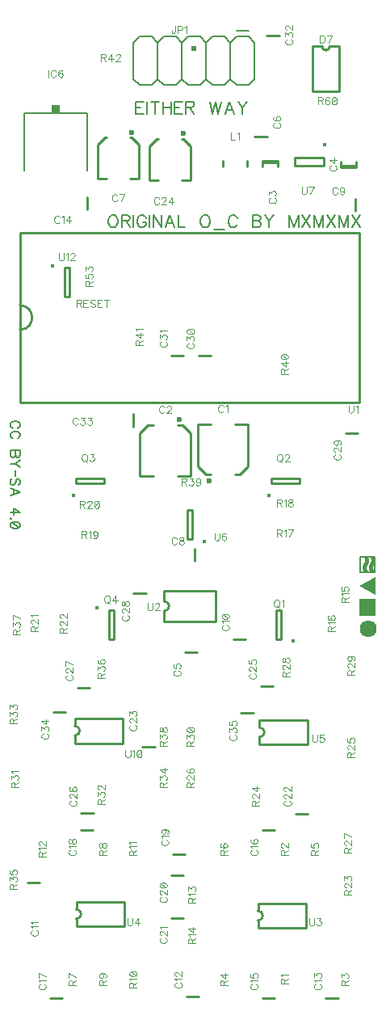
<source format=gto>
G04 DipTrace 3.1.0.0*
G04 uO_c1.1.GTO*
%MOIN*%
G04 #@! TF.FileFunction,Legend,Top*
G04 #@! TF.Part,Single*
%ADD10C,0.009843*%
%ADD12C,0.001*%
%ADD15C,0.008*%
%ADD21O,0.070197X0.070678*%
%ADD22C,0.02362*%
%ADD26C,0.023616*%
%ADD32C,0.006*%
%ADD38C,0.015422*%
%ADD40C,0.015404*%
%ADD46C,0.015401*%
%ADD102C,0.004632*%
%ADD105C,0.006176*%
%ADD106C,0.00772*%
%FSLAX26Y26*%
G04*
G70*
G90*
G75*
G01*
G04 TopSilk*
%LPD*%
X1187863Y2896980D2*
D10*
X1242991Y2897008D1*
X1187863Y2896980D2*
Y2721828D1*
X1221332Y2688363D2*
X1187863Y2721828D1*
X1221332Y2688363D2*
X1242991Y2688335D1*
X1341396Y2897008D2*
X1396525Y2896980D1*
Y2721828D1*
X1363055Y2688363D2*
X1396525Y2721828D1*
X1341396Y2688335D2*
X1363055Y2688363D1*
D22*
X1235104Y2662752D3*
X1159025Y2682121D2*
D10*
X1103896Y2682093D1*
X1159025Y2682121D2*
Y2857273D1*
X1125555Y2890738D2*
X1159025Y2857273D1*
X1125555Y2890738D2*
X1103896Y2890766D1*
X1005491Y2682093D2*
X950363Y2682121D1*
Y2857273D1*
X983832Y2890738D2*
X950363Y2857273D1*
X1005491Y2890766D2*
X983832Y2890738D1*
D22*
X1111784Y2916349D3*
X1454475Y3974560D2*
D10*
X1517404D1*
X1454475Y3982009D2*
X1517404D1*
X1454475D2*
Y3958449D1*
X1517404Y3982009D2*
Y3958449D1*
X1842406Y3963633D2*
X1779477D1*
X1842406Y3956184D2*
X1779477D1*
X1842406D2*
Y3979743D1*
X1779477Y3956184D2*
Y3979743D1*
X1135374Y1954205D2*
X1186515D1*
X1473954Y4083595D2*
X1422812D1*
X945715Y3909468D2*
X910282Y3909444D1*
X945715Y3909468D2*
Y4049166D1*
X916190Y4078725D2*
X945715Y4049166D1*
X916190Y4078725D2*
X910282Y4078749D1*
X811856Y3909444D2*
X776423Y3909468D1*
Y4049166D1*
X805948Y4078725D2*
X776423Y4049166D1*
X811856Y4078749D2*
X805948Y4078725D1*
D26*
X916199Y4100376D3*
X1177106Y2382171D2*
D10*
Y2331030D1*
X1839606Y3825917D2*
Y3774775D1*
X1386514Y2008988D2*
X1335372D1*
X485372Y1004011D2*
X536514D1*
X1192733Y533968D2*
X1141591D1*
X1767765Y527737D2*
X1716623D1*
X733357Y3832170D2*
Y3781028D1*
X1505265Y527835D2*
X1454123D1*
Y1222858D2*
X1505265D1*
X630265Y527835D2*
X579123D1*
X704123Y1222858D2*
X755265D1*
X1136514Y1121488D2*
X1085372D1*
X1079123Y1035456D2*
X1130265D1*
X1079123Y860456D2*
X1130265D1*
X1642863Y1290335D2*
X1591721D1*
X1011483Y1565229D2*
X960341D1*
X1158227Y3903219D2*
X1122794Y3903195D1*
X1158227Y3903219D2*
Y4042916D1*
X1128702Y4072476D2*
X1158227Y4042916D1*
X1128702Y4072476D2*
X1122794Y4072499D1*
X1024368Y3903195D2*
X988935Y3903219D1*
Y4042916D1*
X1018460Y4072476D2*
X988935Y4042916D1*
X1024368Y4072499D2*
X1018460Y4072476D1*
D26*
X1128711Y4094127D3*
X1499112Y1815138D2*
D10*
X1447971D1*
X757409Y1290729D2*
X706267D1*
X742765Y1808988D2*
X691623D1*
X922841Y2197515D2*
X973983D1*
X1797872Y2860259D2*
X1849014D1*
X1242733Y3177729D2*
X1191591D1*
X1130233D2*
X1079091D1*
X1472807Y4497530D2*
X1523948D1*
X1661971Y4455373D2*
Y4270326D1*
X1770250D1*
X1772212D2*
Y4455373D1*
X1732849D1*
X1661971D2*
X1701334D1*
G03X1732849Y4455373I15758J-1844D01*
G01*
G36*
X585445Y4181634D2*
X619404D1*
Y4211663D1*
X585445D1*
Y4181634D1*
G37*
X473427Y3941672D2*
D15*
Y4177666D1*
X731448D1*
X731423Y3941672D1*
G36*
X1183443Y4434091D2*
X1163443D1*
Y4454071D1*
X1183443D1*
Y4434091D1*
G37*
X1423443Y4469101D2*
D32*
X1398443Y4494099D1*
X1348443D2*
X1323443Y4469101D1*
X1298443Y4494099D1*
X1248443D2*
X1223443Y4469101D1*
X1198443Y4494099D1*
X1148443D2*
X1123443Y4469101D1*
X1098443Y4494099D1*
X1048443D2*
X1023443Y4469101D1*
X1423443D2*
Y4319094D1*
X1398443Y4294096D1*
X1348443D1*
X1323443Y4319094D1*
X1298443Y4294096D1*
X1248443D1*
X1223443Y4319094D1*
X1198443Y4294096D1*
X1148443D1*
X1123443Y4319094D1*
X1098443Y4294096D1*
X1048443D1*
X1023443Y4319094D1*
X1323443D2*
Y4469101D1*
X1223443Y4319094D2*
Y4469101D1*
X1123443Y4319094D2*
Y4469101D1*
X1023443Y4319094D2*
Y4469101D1*
X1098443Y4494099D2*
X1048443D1*
X1198443D2*
X1148443D1*
X1298443D2*
X1248443D1*
X1398443D2*
X1348443D1*
X1023443Y4469101D2*
X998443Y4494099D1*
X948443D2*
X923443Y4469101D1*
X1023443Y4319094D2*
X998443Y4294096D1*
X948443D1*
X923443Y4319094D1*
Y4469101D1*
X998443Y4494099D2*
X948443D1*
X1398443Y4519096D2*
D15*
X1348443D1*
X1391360Y3981627D2*
D10*
Y3958068D1*
X1292927Y3981627D2*
Y3958068D1*
D38*
X1581903Y2000747D3*
X1531761Y2009948D2*
D10*
Y2128053D1*
X1512076D1*
Y2009948D1*
X1531761D1*
D40*
X1481719Y2602960D3*
X1490920Y2653102D2*
D10*
X1609025D1*
Y2672787D1*
X1490920D1*
Y2653102D1*
D40*
X675468Y2602960D3*
X684669Y2653102D2*
D10*
X802774D1*
Y2672787D1*
X684669D1*
Y2653102D1*
D38*
X771234Y2137445D3*
X821376Y2128245D2*
D10*
Y2010140D1*
X841061D1*
Y2128245D1*
X821376D1*
X454694Y2985977D2*
X1854694D1*
X454694Y3685977D2*
X1854694D1*
Y2985977D2*
Y3685977D1*
X454694Y2985977D2*
Y3685977D1*
Y3285997D2*
G03X454694Y3385957I0J49980D01*
G01*
X1050461Y2082788D2*
X1263061D1*
X1050461Y2208760D2*
X1263061D1*
Y2082788D2*
Y2208760D1*
X1050461Y2082788D2*
Y2126085D1*
Y2165462D2*
Y2208760D1*
Y2126085D2*
G03X1050461Y2165462I-23J19689D01*
G01*
X1437516Y817958D2*
X1634370D1*
X1437516Y920335D2*
X1634370D1*
Y817958D2*
Y920335D1*
X1437516Y849452D2*
Y817958D1*
Y888841D2*
Y920335D1*
Y849452D2*
G03X1437516Y888841I-9J19694D01*
G01*
X687516Y824208D2*
X884370D1*
X687516Y926584D2*
X884370D1*
Y824208D2*
Y926584D1*
X687516Y855701D2*
Y824208D1*
Y895090D2*
Y926584D1*
Y855701D2*
G03X687516Y895090I-9J19694D01*
G01*
X1443767Y1574208D2*
X1640621D1*
X1443767Y1676584D2*
X1640621D1*
Y1574208D2*
Y1676584D1*
X1443767Y1605701D2*
Y1574208D1*
Y1645090D2*
Y1676584D1*
Y1605701D2*
G03X1443767Y1645090I-9J19694D01*
G01*
D38*
X1216203Y2413446D3*
X1166061Y2422646D2*
D10*
Y2540751D1*
X1146376D1*
Y2422646D1*
X1166061D1*
D46*
X1712854Y4048222D3*
X1707592Y3994156D2*
D10*
X1589484D1*
X1707592Y3962666D2*
X1589484D1*
Y3994156D2*
Y3962666D1*
X1707592Y3994156D2*
Y3962666D1*
X681267Y1580458D2*
X878121D1*
X681267Y1682835D2*
X878121D1*
Y1580458D2*
Y1682835D1*
X681267Y1611952D2*
Y1580458D1*
Y1651341D2*
Y1682835D1*
Y1611952D2*
G03X681267Y1651341I-9J19694D01*
G01*
X920863Y2938153D2*
Y2887011D1*
X591591Y1710251D2*
X642733D1*
X1366591Y1704198D2*
X1417733D1*
D38*
X589953Y3549938D3*
X640095Y3540737D2*
D10*
Y3422632D1*
X659781D1*
Y3540737D1*
X640095D1*
G36*
X1856347Y2176725D2*
X1922303D1*
Y2105276D1*
X1856347D1*
Y2176725D1*
G37*
G36*
X1920908Y2266211D2*
Y2192633D1*
X1854941Y2227791D1*
X1920908Y2266211D1*
G37*
D21*
X1890935Y2052547D3*
X1857996Y2349041D2*
D15*
X1917401D1*
Y2286446D1*
X1857996D1*
Y2349041D1*
X1869616Y2352673D2*
D12*
X1881616D1*
X1870616Y2351673D2*
X1882616D1*
X1871616Y2350673D2*
X1883616D1*
X1872612Y2349673D2*
X1884616D1*
X1873577Y2348673D2*
X1885616D1*
X1874450Y2347673D2*
X1886612D1*
X1875206Y2346673D2*
X1887577D1*
X1875915Y2345673D2*
X1888446D1*
X1876609Y2344673D2*
X1889171D1*
X1877242Y2343673D2*
X1889784D1*
X1877812Y2342673D2*
X1890331D1*
X1878341Y2341673D2*
X1890815D1*
X1878819Y2340673D2*
X1891192D1*
X1879193Y2339673D2*
X1891419D1*
X1879420Y2338673D2*
X1891534D1*
X1879534Y2337673D2*
X1891584D1*
X1879584Y2336673D2*
X1891604D1*
X1879604Y2335673D2*
X1891612D1*
X1879608Y2334673D2*
X1891615D1*
X1879576Y2333673D2*
X1891616D1*
X1879446Y2332673D2*
X1891616D1*
X1879171Y2331673D2*
X1891612D1*
X1878784Y2330673D2*
X1891577D1*
X1878335Y2329673D2*
X1891450D1*
X1877854Y2328673D2*
X1891206D1*
X1877363Y2327673D2*
X1890915D1*
X1876865Y2326673D2*
X1890609D1*
X1876366Y2325673D2*
X1890242D1*
X1875866Y2324673D2*
X1889812D1*
X1875367Y2323673D2*
X1889345D1*
X1874866Y2322673D2*
X1888858D1*
X1874367Y2321673D2*
X1888364D1*
X1873866Y2320673D2*
X1887865D1*
X1873367Y2319673D2*
X1887363D1*
X1872866Y2318673D2*
X1886831D1*
X1872367Y2317673D2*
X1886235D1*
X1871870Y2316673D2*
X1885591D1*
X1871402Y2315673D2*
X1884979D1*
X1870997Y2314673D2*
X1884417D1*
X1870645Y2313673D2*
X1883890D1*
X1870293Y2312673D2*
X1883410D1*
X1869982Y2311673D2*
X1883000D1*
X1869752Y2310673D2*
X1882646D1*
X1869525Y2309673D2*
X1882293D1*
X1869240Y2308673D2*
X1881982D1*
X1868965Y2307673D2*
X1881753D1*
X1868783Y2306673D2*
X1881525D1*
X1868688Y2305673D2*
X1881244D1*
X1868649Y2304673D2*
X1881004D1*
X1868666Y2303673D2*
X1880950D1*
X1868787Y2302673D2*
X1881094D1*
X1869028Y2301673D2*
X1881311D1*
X1869318Y2300673D2*
X1881503D1*
X1869620Y2299673D2*
X1881720D1*
X1869956Y2298673D2*
X1882035D1*
X1870294Y2297673D2*
X1882439D1*
X1870648Y2296673D2*
X1882899D1*
X1871119Y2295673D2*
X1883417D1*
X1871698Y2294673D2*
X1884040D1*
X1872314Y2293673D2*
X1884813D1*
X1872998Y2292673D2*
X1885699D1*
X1873833Y2291673D2*
X1886649D1*
X1874859Y2290673D2*
X1887628D1*
X1876061Y2289673D2*
X1888621D1*
X1877340Y2288673D2*
X1889618D1*
X1878616Y2287673D2*
X1890616D1*
X1895668Y2352968D2*
X1907668D1*
X1896668Y2351968D2*
X1908668D1*
X1897668Y2350968D2*
X1909668D1*
X1898664Y2349968D2*
X1910668D1*
X1899629Y2348968D2*
X1911668D1*
X1900501Y2347968D2*
X1912664D1*
X1901258Y2346968D2*
X1913629D1*
X1901966Y2345968D2*
X1914497D1*
X1902660Y2344968D2*
X1915223D1*
X1903293Y2343968D2*
X1915835D1*
X1903863Y2342968D2*
X1916382D1*
X1904392Y2341968D2*
X1916866D1*
X1904870Y2340968D2*
X1917243D1*
X1905245Y2339968D2*
X1917471D1*
X1905471Y2338968D2*
X1917585D1*
X1905585Y2337968D2*
X1917635D1*
X1905635Y2336968D2*
X1917656D1*
X1905656Y2335968D2*
X1917663D1*
X1905659Y2334968D2*
X1917666D1*
X1905627Y2333968D2*
X1917667D1*
X1905497Y2332968D2*
X1917667D1*
X1905222Y2331968D2*
X1917664D1*
X1904835Y2330968D2*
X1917628D1*
X1904386Y2329968D2*
X1917501D1*
X1903905Y2328968D2*
X1917258D1*
X1903414Y2327968D2*
X1916966D1*
X1902916Y2326968D2*
X1916660D1*
X1902417Y2325968D2*
X1916293D1*
X1901917Y2324968D2*
X1915863D1*
X1901418Y2323968D2*
X1915396D1*
X1900917Y2322968D2*
X1914909D1*
X1900418Y2321968D2*
X1914415D1*
X1899917Y2320968D2*
X1913916D1*
X1899418Y2319968D2*
X1913414D1*
X1898917Y2318968D2*
X1912882D1*
X1898418Y2317968D2*
X1912287D1*
X1897921Y2316968D2*
X1911643D1*
X1897453Y2315968D2*
X1911030D1*
X1897049Y2314968D2*
X1910468D1*
X1896697Y2313968D2*
X1909941D1*
X1896344Y2312968D2*
X1909461D1*
X1896034Y2311968D2*
X1909051D1*
X1895804Y2310968D2*
X1908698D1*
X1895576Y2309968D2*
X1908344D1*
X1895291Y2308968D2*
X1908034D1*
X1895016Y2307968D2*
X1907804D1*
X1894835Y2306968D2*
X1907576D1*
X1894739Y2305968D2*
X1907295D1*
X1894700Y2304968D2*
X1907055D1*
X1894717Y2303968D2*
X1907001D1*
X1894838Y2302968D2*
X1907145D1*
X1895079Y2301968D2*
X1907362D1*
X1895369Y2300968D2*
X1907554D1*
X1895671Y2299968D2*
X1907771D1*
X1896007Y2298968D2*
X1908086D1*
X1896345Y2297968D2*
X1908490D1*
X1896699Y2296968D2*
X1908950D1*
X1897170Y2295968D2*
X1909468D1*
X1897750Y2294968D2*
X1910091D1*
X1898365Y2293968D2*
X1910864D1*
X1899049Y2292968D2*
X1911750D1*
X1899885Y2291968D2*
X1912700D1*
X1900911Y2290968D2*
X1913680D1*
X1902113Y2289968D2*
X1914672D1*
X1903391Y2288968D2*
X1915669D1*
X1904668Y2287968D2*
X1916668D1*
X1869616Y2352673D2*
X1870616Y2351673D1*
X1871616Y2350673D1*
X1872612Y2349673D1*
X1873577Y2348673D1*
X1874450Y2347673D1*
X1875206Y2346673D1*
X1875915Y2345673D1*
X1876609Y2344673D1*
X1877242Y2343673D1*
X1877812Y2342673D1*
X1878341Y2341673D1*
X1878819Y2340673D1*
X1879193Y2339673D1*
X1879420Y2338673D1*
X1879534Y2337673D1*
X1879584Y2336673D1*
X1879604Y2335673D1*
X1879608Y2334673D1*
X1879576Y2333673D1*
X1879446Y2332673D1*
X1879171Y2331673D1*
X1878784Y2330673D1*
X1878335Y2329673D1*
X1877854Y2328673D1*
X1877363Y2327673D1*
X1876865Y2326673D1*
X1876366Y2325673D1*
X1875866Y2324673D1*
X1875367Y2323673D1*
X1874866Y2322673D1*
X1874367Y2321673D1*
X1873866Y2320673D1*
X1873367Y2319673D1*
X1872866Y2318673D1*
X1872367Y2317673D1*
X1871870Y2316673D1*
X1871402Y2315673D1*
X1870997Y2314673D1*
X1870645Y2313673D1*
X1870293Y2312673D1*
X1869982Y2311673D1*
X1869752Y2310673D1*
X1869525Y2309673D1*
X1869240Y2308673D1*
X1868965Y2307673D1*
X1868783Y2306673D1*
X1868688Y2305673D1*
X1868649Y2304673D1*
X1868666Y2303673D1*
X1868787Y2302673D1*
X1869028Y2301673D1*
X1869318Y2300673D1*
X1869620Y2299673D1*
X1869956Y2298673D1*
X1870294Y2297673D1*
X1870648Y2296673D1*
X1871119Y2295673D1*
X1871698Y2294673D1*
X1872314Y2293673D1*
X1872998Y2292673D1*
X1873833Y2291673D1*
X1874859Y2290673D1*
X1876061Y2289673D1*
X1877340Y2288673D1*
X1878616Y2287673D1*
X1881616Y2352673D2*
X1882616Y2351673D1*
X1883616Y2350673D1*
X1884616Y2349673D1*
X1885616Y2348673D1*
X1886612Y2347673D1*
X1887577Y2346673D1*
X1888446Y2345673D1*
X1889171Y2344673D1*
X1889784Y2343673D1*
X1890331Y2342673D1*
X1890815Y2341673D1*
X1891192Y2340673D1*
X1891419Y2339673D1*
X1891534Y2338673D1*
X1891584Y2337673D1*
X1891604Y2336673D1*
X1891612Y2335673D1*
X1891615Y2334673D1*
X1891616Y2333673D1*
Y2332673D1*
X1891612Y2331673D1*
X1891577Y2330673D1*
X1891450Y2329673D1*
X1891206Y2328673D1*
X1890915Y2327673D1*
X1890609Y2326673D1*
X1890242Y2325673D1*
X1889812Y2324673D1*
X1889345Y2323673D1*
X1888858Y2322673D1*
X1888364Y2321673D1*
X1887865Y2320673D1*
X1887363Y2319673D1*
X1886831Y2318673D1*
X1886235Y2317673D1*
X1885591Y2316673D1*
X1884979Y2315673D1*
X1884417Y2314673D1*
X1883890Y2313673D1*
X1883410Y2312673D1*
X1883000Y2311673D1*
X1882646Y2310673D1*
X1882293Y2309673D1*
X1881982Y2308673D1*
X1881753Y2307673D1*
X1881525Y2306673D1*
X1881244Y2305673D1*
X1881004Y2304673D1*
X1880950Y2303673D1*
X1881094Y2302673D1*
X1881311Y2301673D1*
X1881503Y2300673D1*
X1881720Y2299673D1*
X1882035Y2298673D1*
X1882439Y2297673D1*
X1882899Y2296673D1*
X1883417Y2295673D1*
X1884040Y2294673D1*
X1884813Y2293673D1*
X1885699Y2292673D1*
X1886649Y2291673D1*
X1887628Y2290673D1*
X1888621Y2289673D1*
X1889618Y2288673D1*
X1890616Y2287673D1*
X1895668Y2352968D2*
X1896668Y2351968D1*
X1897668Y2350968D1*
X1898664Y2349968D1*
X1899629Y2348968D1*
X1900501Y2347968D1*
X1901258Y2346968D1*
X1901966Y2345968D1*
X1902660Y2344968D1*
X1903293Y2343968D1*
X1903863Y2342968D1*
X1904392Y2341968D1*
X1904870Y2340968D1*
X1905245Y2339968D1*
X1905471Y2338968D1*
X1905585Y2337968D1*
X1905635Y2336968D1*
X1905656Y2335968D1*
X1905659Y2334968D1*
X1905627Y2333968D1*
X1905497Y2332968D1*
X1905222Y2331968D1*
X1904835Y2330968D1*
X1904386Y2329968D1*
X1903905Y2328968D1*
X1903414Y2327968D1*
X1902916Y2326968D1*
X1902417Y2325968D1*
X1901917Y2324968D1*
X1901418Y2323968D1*
X1900917Y2322968D1*
X1900418Y2321968D1*
X1899917Y2320968D1*
X1899418Y2319968D1*
X1898917Y2318968D1*
X1898418Y2317968D1*
X1897921Y2316968D1*
X1897453Y2315968D1*
X1897049Y2314968D1*
X1896697Y2313968D1*
X1896344Y2312968D1*
X1896034Y2311968D1*
X1895804Y2310968D1*
X1895576Y2309968D1*
X1895291Y2308968D1*
X1895016Y2307968D1*
X1894835Y2306968D1*
X1894739Y2305968D1*
X1894700Y2304968D1*
X1894717Y2303968D1*
X1894838Y2302968D1*
X1895079Y2301968D1*
X1895369Y2300968D1*
X1895671Y2299968D1*
X1896007Y2298968D1*
X1896345Y2297968D1*
X1896699Y2296968D1*
X1897170Y2295968D1*
X1897750Y2294968D1*
X1898365Y2293968D1*
X1899049Y2292968D1*
X1899885Y2291968D1*
X1900911Y2290968D1*
X1902113Y2289968D1*
X1903391Y2288968D1*
X1904668Y2287968D1*
X1907668Y2352968D2*
X1908668Y2351968D1*
X1909668Y2350968D1*
X1910668Y2349968D1*
X1911668Y2348968D1*
X1912664Y2347968D1*
X1913629Y2346968D1*
X1914497Y2345968D1*
X1915223Y2344968D1*
X1915835Y2343968D1*
X1916382Y2342968D1*
X1916866Y2341968D1*
X1917243Y2340968D1*
X1917471Y2339968D1*
X1917585Y2338968D1*
X1917635Y2337968D1*
X1917656Y2336968D1*
X1917663Y2335968D1*
X1917666Y2334968D1*
X1917667Y2333968D1*
Y2332968D1*
X1917664Y2331968D1*
X1917628Y2330968D1*
X1917501Y2329968D1*
X1917258Y2328968D1*
X1916966Y2327968D1*
X1916660Y2326968D1*
X1916293Y2325968D1*
X1915863Y2324968D1*
X1915396Y2323968D1*
X1914909Y2322968D1*
X1914415Y2321968D1*
X1913916Y2320968D1*
X1913414Y2319968D1*
X1912882Y2318968D1*
X1912287Y2317968D1*
X1911643Y2316968D1*
X1911030Y2315968D1*
X1910468Y2314968D1*
X1909941Y2313968D1*
X1909461Y2312968D1*
X1909051Y2311968D1*
X1908698Y2310968D1*
X1908344Y2309968D1*
X1908034Y2308968D1*
X1907804Y2307968D1*
X1907576Y2306968D1*
X1907295Y2305968D1*
X1907055Y2304968D1*
X1907001Y2303968D1*
X1907145Y2302968D1*
X1907362Y2301968D1*
X1907554Y2300968D1*
X1907771Y2299968D1*
X1908086Y2298968D1*
X1908490Y2297968D1*
X1908950Y2296968D1*
X1909468Y2295968D1*
X1910091Y2294968D1*
X1910864Y2293968D1*
X1911750Y2292968D1*
X1912700Y2291968D1*
X1913680Y2290968D1*
X1914672Y2289968D1*
X1915669Y2288968D1*
X1916668Y2287968D1*
X1294725Y2968226D2*
D102*
X1293299Y2971078D1*
X1290414Y2973963D1*
X1287562Y2975389D1*
X1281825D1*
X1278940Y2973963D1*
X1276088Y2971078D1*
X1274629Y2968226D1*
X1273203Y2963915D1*
Y2956719D1*
X1274629Y2952441D1*
X1276088Y2949556D1*
X1278940Y2946704D1*
X1281825Y2945245D1*
X1287562D1*
X1290414Y2946704D1*
X1293299Y2949556D1*
X1294725Y2952441D1*
X1303989Y2969618D2*
X1306874Y2971078D1*
X1311185Y2975355D1*
Y2945245D1*
X1050775Y2964929D2*
X1049349Y2967781D1*
X1046464Y2970666D1*
X1043612Y2972092D1*
X1037875D1*
X1034990Y2970666D1*
X1032138Y2967781D1*
X1030679Y2964929D1*
X1029253Y2960618D1*
Y2953422D1*
X1030679Y2949144D1*
X1032138Y2946259D1*
X1034990Y2943407D1*
X1037875Y2941948D1*
X1043612D1*
X1046464Y2943407D1*
X1049349Y2946259D1*
X1050775Y2949144D1*
X1061498Y2964896D2*
Y2966322D1*
X1062924Y2969207D1*
X1064350Y2970633D1*
X1067235Y2972059D1*
X1072972D1*
X1075824Y2970633D1*
X1077250Y2969207D1*
X1078709Y2966322D1*
Y2963470D1*
X1077250Y2960585D1*
X1074398Y2956307D1*
X1060039Y2941948D1*
X1080135D1*
X1488735Y3828810D2*
X1485883Y3827384D1*
X1482998Y3824499D1*
X1481572Y3821647D1*
Y3815910D1*
X1482998Y3813025D1*
X1485883Y3810173D1*
X1488735Y3808714D1*
X1493046Y3807288D1*
X1500242D1*
X1504520Y3808714D1*
X1507405Y3810173D1*
X1510257Y3813025D1*
X1511716Y3815910D1*
Y3821647D1*
X1510257Y3824499D1*
X1507405Y3827384D1*
X1504520Y3828810D1*
X1481606Y3840959D2*
Y3856711D1*
X1493079Y3848122D1*
Y3852433D1*
X1494505Y3855285D1*
X1495931Y3856711D1*
X1500242Y3858170D1*
X1503094D1*
X1507405Y3856711D1*
X1510290Y3853859D1*
X1511716Y3849548D1*
Y3845237D1*
X1510290Y3840959D1*
X1508831Y3839533D1*
X1505979Y3838074D1*
X1738738Y3963332D2*
X1735886Y3961906D1*
X1733001Y3959021D1*
X1731575Y3956169D1*
Y3950432D1*
X1733001Y3947547D1*
X1735886Y3944695D1*
X1738738Y3943236D1*
X1743049Y3941810D1*
X1750245D1*
X1754523Y3943236D1*
X1757408Y3944695D1*
X1760260Y3947547D1*
X1761719Y3950432D1*
Y3956169D1*
X1760260Y3959021D1*
X1757408Y3961906D1*
X1754523Y3963332D1*
X1761719Y3986955D2*
X1731608D1*
X1751671Y3972596D1*
Y3994118D1*
X1094646Y1879410D2*
X1091794Y1877984D1*
X1088909Y1875099D1*
X1087483Y1872247D1*
Y1866510D1*
X1088909Y1863625D1*
X1091794Y1860773D1*
X1094646Y1859314D1*
X1098957Y1857888D1*
X1106153D1*
X1110431Y1859314D1*
X1113316Y1860773D1*
X1116168Y1863625D1*
X1117627Y1866510D1*
Y1872247D1*
X1116168Y1875099D1*
X1113316Y1877984D1*
X1110431Y1879410D1*
X1087516Y1905885D2*
Y1891559D1*
X1100416Y1890133D1*
X1098990Y1891559D1*
X1097531Y1895870D1*
Y1900148D1*
X1098990Y1904459D1*
X1101842Y1907344D1*
X1106153Y1908770D1*
X1109005D1*
X1113316Y1907344D1*
X1116201Y1904458D1*
X1117627Y1900147D1*
Y1895870D1*
X1116201Y1891559D1*
X1114742Y1890133D1*
X1111890Y1888674D1*
X1507084Y4138783D2*
X1504232Y4137357D1*
X1501347Y4134472D1*
X1499921Y4131620D1*
Y4125883D1*
X1501347Y4122998D1*
X1504232Y4120146D1*
X1507084Y4118687D1*
X1511395Y4117261D1*
X1518591D1*
X1522869Y4118687D1*
X1525754Y4120146D1*
X1528606Y4122998D1*
X1530065Y4125883D1*
Y4131620D1*
X1528606Y4134472D1*
X1525754Y4137357D1*
X1522869Y4138783D1*
X1504232Y4165257D2*
X1501381Y4163831D1*
X1499955Y4159520D1*
Y4156668D1*
X1501381Y4152357D1*
X1505692Y4149472D1*
X1512855Y4148046D1*
X1520017D1*
X1525754Y4149472D1*
X1528639Y4152357D1*
X1530065Y4156668D1*
Y4158094D1*
X1528639Y4162372D1*
X1525754Y4165257D1*
X1521443Y4166683D1*
X1520017D1*
X1515706Y4165257D1*
X1512855Y4162372D1*
X1511429Y4158094D1*
Y4156668D1*
X1512855Y4152357D1*
X1515706Y4149472D1*
X1520017Y4148046D1*
X857150Y3837462D2*
X855724Y3840314D1*
X852839Y3843199D1*
X849987Y3844625D1*
X844250D1*
X841365Y3843199D1*
X838513Y3840314D1*
X837054Y3837462D1*
X835628Y3833151D1*
Y3825955D1*
X837054Y3821677D1*
X838513Y3818792D1*
X841365Y3815940D1*
X844250Y3814481D1*
X849987D1*
X852839Y3815940D1*
X855724Y3818792D1*
X857150Y3821677D1*
X872151Y3814481D2*
X886510Y3844592D1*
X866414D1*
X1102327Y2422899D2*
X1100901Y2425751D1*
X1098016Y2428636D1*
X1095164Y2430062D1*
X1089427D1*
X1086542Y2428636D1*
X1083690Y2425751D1*
X1082231Y2422899D1*
X1080805Y2418588D1*
Y2411392D1*
X1082231Y2407114D1*
X1083690Y2404229D1*
X1086542Y2401377D1*
X1089427Y2399918D1*
X1095164D1*
X1098016Y2401377D1*
X1100901Y2404229D1*
X1102327Y2407114D1*
X1118754Y2430029D2*
X1114476Y2428603D1*
X1113017Y2425751D1*
Y2422866D1*
X1114476Y2420014D1*
X1117328Y2418555D1*
X1123065Y2417129D1*
X1127376Y2415703D1*
X1130227Y2412818D1*
X1131653Y2409966D1*
Y2405655D1*
X1130227Y2402803D1*
X1128802Y2401344D1*
X1124490Y2399918D1*
X1118754D1*
X1114476Y2401344D1*
X1113017Y2402803D1*
X1111591Y2405655D1*
Y2409966D1*
X1113017Y2412818D1*
X1115902Y2415703D1*
X1120179Y2417129D1*
X1125916Y2418555D1*
X1128802Y2420014D1*
X1130227Y2422866D1*
Y2425751D1*
X1128802Y2428603D1*
X1124490Y2430029D1*
X1118754D1*
X1765523Y3866644D2*
X1764097Y3869496D1*
X1761212Y3872381D1*
X1758361Y3873807D1*
X1752624D1*
X1749738Y3872381D1*
X1746887Y3869496D1*
X1745427Y3866644D1*
X1744001Y3862333D1*
Y3855137D1*
X1745427Y3850859D1*
X1746887Y3847974D1*
X1749738Y3845122D1*
X1752624Y3843663D1*
X1758361D1*
X1761212Y3845122D1*
X1764097Y3847974D1*
X1765523Y3850859D1*
X1793457Y3863759D2*
X1791998Y3859448D1*
X1789146Y3856563D1*
X1784835Y3855137D1*
X1783409D1*
X1779098Y3856563D1*
X1776246Y3859448D1*
X1774787Y3863759D1*
Y3865185D1*
X1776246Y3869496D1*
X1779098Y3872348D1*
X1783409Y3873774D1*
X1784835D1*
X1789146Y3872348D1*
X1791998Y3869496D1*
X1793457Y3863759D1*
Y3856563D1*
X1791998Y3849400D1*
X1789146Y3845089D1*
X1784835Y3843663D1*
X1781983D1*
X1777672Y3845089D1*
X1776246Y3847974D1*
X1294645Y2067716D2*
X1291793Y2066290D1*
X1288908Y2063405D1*
X1287482Y2060553D1*
Y2054816D1*
X1288908Y2051931D1*
X1291793Y2049079D1*
X1294645Y2047620D1*
X1298956Y2046194D1*
X1306152D1*
X1310430Y2047620D1*
X1313315Y2049079D1*
X1316167Y2051931D1*
X1317626Y2054816D1*
Y2060553D1*
X1316167Y2063405D1*
X1313315Y2066290D1*
X1310430Y2067716D1*
X1293252Y2076979D2*
X1291793Y2079864D1*
X1287515Y2084175D1*
X1317626D1*
X1287515Y2102061D2*
X1288941Y2097750D1*
X1293252Y2094865D1*
X1300415Y2093439D1*
X1304726D1*
X1311889Y2094865D1*
X1316200Y2097750D1*
X1317626Y2102061D1*
Y2104913D1*
X1316200Y2109224D1*
X1311889Y2112076D1*
X1304726Y2113535D1*
X1300415D1*
X1293252Y2112076D1*
X1288941Y2109224D1*
X1287515Y2104913D1*
Y2102061D1*
X1293252Y2112076D2*
X1311889Y2094865D1*
X507138Y808698D2*
X504286Y807272D1*
X501401Y804387D1*
X499975Y801536D1*
Y795799D1*
X501401Y792913D1*
X504286Y790062D1*
X507138Y788602D1*
X511449Y787177D1*
X518645D1*
X522923Y788602D1*
X525808Y790062D1*
X528660Y792913D1*
X530119Y795799D1*
Y801535D1*
X528660Y804387D1*
X525808Y807272D1*
X522923Y808698D1*
X505745Y817962D2*
X504286Y820847D1*
X500008Y825158D1*
X530119D1*
X505745Y834422D2*
X504286Y837307D1*
X500008Y841618D1*
X530119D1*
X1100864Y592696D2*
X1098012Y591270D1*
X1095127Y588385D1*
X1093701Y585533D1*
Y579796D1*
X1095127Y576911D1*
X1098012Y574059D1*
X1100864Y572600D1*
X1105175Y571174D1*
X1112371D1*
X1116649Y572600D1*
X1119534Y574059D1*
X1122386Y576911D1*
X1123845Y579796D1*
Y585533D1*
X1122386Y588385D1*
X1119534Y591270D1*
X1116649Y592696D1*
X1099471Y601960D2*
X1098012Y604845D1*
X1093734Y609156D1*
X1123845D1*
X1100897Y619878D2*
X1099471D1*
X1096586Y621304D1*
X1095160Y622730D1*
X1093734Y625615D1*
Y631352D1*
X1095160Y634204D1*
X1096586Y635630D1*
X1099471Y637089D1*
X1102323D1*
X1105208Y635630D1*
X1109486Y632778D1*
X1123845Y618419D1*
Y638515D1*
X1675895Y586465D2*
X1673043Y585039D1*
X1670158Y582154D1*
X1668732Y579302D1*
Y573565D1*
X1670158Y570680D1*
X1673043Y567828D1*
X1675895Y566369D1*
X1680206Y564943D1*
X1687402D1*
X1691680Y566369D1*
X1694565Y567828D1*
X1697417Y570680D1*
X1698876Y573565D1*
Y579302D1*
X1697417Y582154D1*
X1694565Y585039D1*
X1691680Y586465D1*
X1674503Y595729D2*
X1673044Y598614D1*
X1668766Y602925D1*
X1698876D1*
X1668766Y615073D2*
Y630825D1*
X1680240Y622236D1*
Y626547D1*
X1681666Y629399D1*
X1683091Y630825D1*
X1687403Y632284D1*
X1690254D1*
X1694565Y630825D1*
X1697450Y627973D1*
X1698876Y623662D1*
Y619351D1*
X1697450Y615073D1*
X1695991Y613647D1*
X1693139Y612188D1*
X618368Y3747898D2*
X616942Y3750749D1*
X614057Y3753635D1*
X611205Y3755061D1*
X605468D1*
X602583Y3753635D1*
X599731Y3750749D1*
X598272Y3747898D1*
X596846Y3743587D1*
Y3736390D1*
X598272Y3732113D1*
X599731Y3729228D1*
X602583Y3726376D1*
X605468Y3724917D1*
X611205D1*
X614057Y3726376D1*
X616942Y3729228D1*
X618368Y3732113D1*
X627631Y3749290D2*
X630516Y3750749D1*
X634827Y3755027D1*
Y3724917D1*
X658450D2*
Y3755027D1*
X644091Y3734965D1*
X665613D1*
X1413395Y586563D2*
X1410543Y585137D1*
X1407658Y582252D1*
X1406232Y579401D1*
Y573664D1*
X1407658Y570778D1*
X1410543Y567927D1*
X1413395Y566467D1*
X1417706Y565042D1*
X1424902D1*
X1429180Y566467D1*
X1432065Y567927D1*
X1434917Y570778D1*
X1436376Y573664D1*
Y579400D1*
X1434917Y582252D1*
X1432065Y585137D1*
X1429180Y586563D1*
X1412003Y595827D2*
X1410544Y598712D1*
X1406266Y603023D1*
X1436376D1*
X1406266Y629498D2*
Y615172D1*
X1419166Y613746D1*
X1417740Y615172D1*
X1416280Y619483D1*
Y623761D1*
X1417740Y628072D1*
X1420591Y630957D1*
X1424903Y632383D1*
X1427754D1*
X1432065Y630957D1*
X1434950Y628072D1*
X1436376Y623760D1*
Y619483D1*
X1434950Y615172D1*
X1433491Y613746D1*
X1430639Y612287D1*
X1413395Y1140562D2*
X1410543Y1139136D1*
X1407658Y1136251D1*
X1406232Y1133399D1*
Y1127662D1*
X1407658Y1124777D1*
X1410543Y1121925D1*
X1413395Y1120466D1*
X1417706Y1119040D1*
X1424902D1*
X1429180Y1120466D1*
X1432065Y1121925D1*
X1434917Y1124777D1*
X1436376Y1127662D1*
Y1133399D1*
X1434917Y1136251D1*
X1432065Y1139136D1*
X1429180Y1140562D1*
X1412003Y1149826D2*
X1410544Y1152711D1*
X1406266Y1157022D1*
X1436376D1*
X1410543Y1183496D2*
X1407692Y1182070D1*
X1406266Y1177759D1*
Y1174907D1*
X1407692Y1170596D1*
X1412003Y1167711D1*
X1419166Y1166285D1*
X1426328D1*
X1432065Y1167711D1*
X1434950Y1170596D1*
X1436376Y1174907D1*
Y1176333D1*
X1434950Y1180611D1*
X1432065Y1183496D1*
X1427754Y1184922D1*
X1426328D1*
X1422017Y1183496D1*
X1419166Y1180611D1*
X1417740Y1176333D1*
Y1174907D1*
X1419166Y1170596D1*
X1422017Y1167711D1*
X1426328Y1166285D1*
X538395Y586563D2*
X535543Y585137D1*
X532658Y582252D1*
X531232Y579401D1*
Y573664D1*
X532658Y570778D1*
X535543Y567927D1*
X538395Y566467D1*
X542706Y565042D1*
X549902D1*
X554180Y566467D1*
X557065Y567927D1*
X559917Y570778D1*
X561376Y573664D1*
Y579400D1*
X559917Y582252D1*
X557065Y585137D1*
X554180Y586563D1*
X537003Y595827D2*
X535544Y598712D1*
X531266Y603023D1*
X561376D1*
Y618024D2*
X531266Y632383D1*
Y612287D1*
X663395Y1139849D2*
X660543Y1138423D1*
X657658Y1135538D1*
X656232Y1132686D1*
Y1126949D1*
X657658Y1124064D1*
X660543Y1121212D1*
X663395Y1119753D1*
X667706Y1118327D1*
X674902D1*
X679180Y1119753D1*
X682065Y1121212D1*
X684917Y1124064D1*
X686376Y1126949D1*
Y1132686D1*
X684917Y1135538D1*
X682065Y1138423D1*
X679180Y1139849D1*
X662003Y1149113D2*
X660544Y1151998D1*
X656266Y1156309D1*
X686376D1*
X656266Y1172735D2*
X657692Y1168457D1*
X660544Y1166998D1*
X663429D1*
X666280Y1168457D1*
X667740Y1171309D1*
X669166Y1177046D1*
X670591Y1181357D1*
X673477Y1184209D1*
X676328Y1185635D1*
X680639D1*
X683491Y1184209D1*
X684950Y1182783D1*
X686376Y1178472D1*
Y1172735D1*
X684950Y1168457D1*
X683491Y1166998D1*
X680639Y1165572D1*
X676328D1*
X673477Y1166998D1*
X670591Y1169883D1*
X669166Y1174161D1*
X667740Y1179898D1*
X666280Y1182783D1*
X663429Y1184209D1*
X660543D1*
X657692Y1182783D1*
X656266Y1178472D1*
Y1172735D1*
X1044645Y1180929D2*
X1041793Y1179503D1*
X1038908Y1176618D1*
X1037482Y1173766D1*
Y1168029D1*
X1038908Y1165144D1*
X1041793Y1162292D1*
X1044645Y1160833D1*
X1048956Y1159407D1*
X1056152D1*
X1060430Y1160833D1*
X1063315Y1162292D1*
X1066167Y1165144D1*
X1067626Y1168029D1*
Y1173766D1*
X1066167Y1176618D1*
X1063315Y1179503D1*
X1060430Y1180929D1*
X1043252Y1190192D2*
X1041793Y1193077D1*
X1037515Y1197388D1*
X1067626D1*
X1047530Y1225322D2*
X1051841Y1223863D1*
X1054726Y1221011D1*
X1056152Y1216700D1*
Y1215274D1*
X1054726Y1210963D1*
X1051841Y1208111D1*
X1047530Y1206652D1*
X1046104D1*
X1041793Y1208111D1*
X1038941Y1210963D1*
X1037515Y1215274D1*
Y1216700D1*
X1038941Y1221011D1*
X1041793Y1223863D1*
X1047530Y1225322D1*
X1054726D1*
X1061889Y1223863D1*
X1066200Y1221011D1*
X1067626Y1216700D1*
Y1213848D1*
X1066200Y1209537D1*
X1063315Y1208111D1*
X1038395Y945981D2*
X1035543Y944555D1*
X1032658Y941670D1*
X1031232Y938818D1*
Y933081D1*
X1032658Y930196D1*
X1035543Y927344D1*
X1038395Y925885D1*
X1042706Y924459D1*
X1049902D1*
X1054180Y925885D1*
X1057065Y927344D1*
X1059917Y930196D1*
X1061376Y933081D1*
Y938818D1*
X1059917Y941670D1*
X1057065Y944555D1*
X1054180Y945981D1*
X1038429Y956704D2*
X1037003D1*
X1034118Y958130D1*
X1032692Y959555D1*
X1031266Y962441D1*
Y968178D1*
X1032692Y971029D1*
X1034118Y972455D1*
X1037003Y973914D1*
X1039855D1*
X1042740Y972455D1*
X1047017Y969603D1*
X1061376Y955244D1*
Y975340D1*
X1031266Y993226D2*
X1032692Y988915D1*
X1037003Y986030D1*
X1044166Y984604D1*
X1048477D1*
X1055639Y986030D1*
X1059950Y988915D1*
X1061376Y993226D1*
Y996078D1*
X1059950Y1000389D1*
X1055639Y1003241D1*
X1048477Y1004700D1*
X1044166D1*
X1037003Y1003241D1*
X1032692Y1000389D1*
X1031266Y996078D1*
Y993226D1*
X1037003Y1003241D2*
X1055639Y986030D1*
X1038395Y777431D2*
X1035543Y776005D1*
X1032658Y773120D1*
X1031232Y770268D1*
Y764531D1*
X1032658Y761646D1*
X1035543Y758794D1*
X1038395Y757335D1*
X1042706Y755909D1*
X1049902D1*
X1054180Y757335D1*
X1057065Y758794D1*
X1059917Y761646D1*
X1061376Y764531D1*
Y770268D1*
X1059917Y773120D1*
X1057065Y776005D1*
X1054180Y777431D1*
X1038429Y788154D2*
X1037003D1*
X1034118Y789579D1*
X1032692Y791005D1*
X1031266Y793891D1*
Y799627D1*
X1032692Y802479D1*
X1034118Y803905D1*
X1037003Y805364D1*
X1039855D1*
X1042740Y803905D1*
X1047017Y801053D1*
X1061376Y786694D1*
Y806790D1*
X1037003Y816054D2*
X1035543Y818939D1*
X1031266Y823250D1*
X1061376D1*
X1550994Y1342613D2*
X1548142Y1341188D1*
X1545257Y1338302D1*
X1543831Y1335451D1*
Y1329714D1*
X1545257Y1326829D1*
X1548142Y1323977D1*
X1550994Y1322518D1*
X1555305Y1321092D1*
X1562501D1*
X1566779Y1322518D1*
X1569664Y1323977D1*
X1572516Y1326829D1*
X1573975Y1329714D1*
Y1335451D1*
X1572516Y1338302D1*
X1569664Y1341187D1*
X1566779Y1342613D1*
X1551027Y1353336D2*
X1549601D1*
X1546716Y1354762D1*
X1545290Y1356188D1*
X1543864Y1359073D1*
Y1364810D1*
X1545290Y1367662D1*
X1546716Y1369088D1*
X1549601Y1370547D1*
X1552453D1*
X1555338Y1369088D1*
X1559616Y1366236D1*
X1573975Y1351877D1*
Y1371973D1*
X1551027Y1382696D2*
X1549601D1*
X1546716Y1384122D1*
X1545290Y1385548D1*
X1543864Y1388433D1*
Y1394170D1*
X1545290Y1397021D1*
X1546716Y1398447D1*
X1549601Y1399907D1*
X1552453D1*
X1555338Y1398447D1*
X1559616Y1395596D1*
X1573975Y1381236D1*
Y1401332D1*
X913364Y1655007D2*
X910512Y1653581D1*
X907627Y1650696D1*
X906201Y1647844D1*
Y1642107D1*
X907627Y1639222D1*
X910512Y1636370D1*
X913364Y1634911D1*
X917675Y1633485D1*
X924871D1*
X929149Y1634911D1*
X932034Y1636370D1*
X934886Y1639222D1*
X936345Y1642107D1*
Y1647844D1*
X934886Y1650696D1*
X932034Y1653581D1*
X929149Y1655007D1*
X913397Y1665730D2*
X911971D1*
X909086Y1667156D1*
X907660Y1668582D1*
X906234Y1671467D1*
Y1677204D1*
X907660Y1680056D1*
X909086Y1681482D1*
X911971Y1682941D1*
X914823D1*
X917708Y1681482D1*
X921986Y1678630D1*
X936345Y1664271D1*
Y1684367D1*
X906234Y1696515D2*
Y1712267D1*
X917708Y1703678D1*
Y1707989D1*
X919134Y1710841D1*
X920560Y1712267D1*
X924871Y1713726D1*
X927723D1*
X932034Y1712267D1*
X934919Y1709415D1*
X936345Y1705104D1*
Y1700793D1*
X934919Y1696515D1*
X933460Y1695089D1*
X930608Y1693630D1*
X1029255Y3824967D2*
X1027829Y3827819D1*
X1024944Y3830704D1*
X1022092Y3832130D1*
X1016355D1*
X1013470Y3830704D1*
X1010618Y3827819D1*
X1009159Y3824967D1*
X1007733Y3820656D1*
Y3813460D1*
X1009159Y3809182D1*
X1010618Y3806297D1*
X1013470Y3803445D1*
X1016355Y3801986D1*
X1022092D1*
X1024944Y3803445D1*
X1027829Y3806297D1*
X1029255Y3809182D1*
X1039978Y3824934D2*
Y3826360D1*
X1041404Y3829245D1*
X1042830Y3830671D1*
X1045715Y3832097D1*
X1051452D1*
X1054304Y3830671D1*
X1055729Y3829245D1*
X1057189Y3826360D1*
Y3823508D1*
X1055729Y3820623D1*
X1052878Y3816345D1*
X1038519Y3801986D1*
X1058615D1*
X1082237D2*
Y3832097D1*
X1067878Y3812034D1*
X1089400D1*
X1407243Y1867417D2*
X1404391Y1865991D1*
X1401506Y1863106D1*
X1400080Y1860254D1*
Y1854517D1*
X1401506Y1851632D1*
X1404391Y1848780D1*
X1407243Y1847321D1*
X1411554Y1845895D1*
X1418750D1*
X1423028Y1847321D1*
X1425913Y1848780D1*
X1428765Y1851632D1*
X1430224Y1854517D1*
Y1860254D1*
X1428765Y1863106D1*
X1425913Y1865991D1*
X1423028Y1867417D1*
X1407276Y1878139D2*
X1405850D1*
X1402965Y1879565D1*
X1401539Y1880991D1*
X1400113Y1883876D1*
Y1889613D1*
X1401539Y1892465D1*
X1402965Y1893891D1*
X1405850Y1895350D1*
X1408702D1*
X1411587Y1893891D1*
X1415865Y1891039D1*
X1430224Y1876680D1*
Y1896776D1*
X1400113Y1923251D2*
Y1908925D1*
X1413013Y1907499D1*
X1411587Y1908925D1*
X1410128Y1913236D1*
Y1917514D1*
X1411587Y1921825D1*
X1414439Y1924710D1*
X1418750Y1926136D1*
X1421602D1*
X1425913Y1924710D1*
X1428798Y1921825D1*
X1430224Y1917514D1*
Y1913236D1*
X1428798Y1908925D1*
X1427339Y1907499D1*
X1424487Y1906040D1*
X665540Y1343737D2*
X662688Y1342311D1*
X659803Y1339426D1*
X658377Y1336574D1*
Y1330837D1*
X659803Y1327952D1*
X662688Y1325100D1*
X665540Y1323641D1*
X669851Y1322215D1*
X677047D1*
X681325Y1323641D1*
X684210Y1325100D1*
X687062Y1327952D1*
X688521Y1330837D1*
Y1336574D1*
X687062Y1339426D1*
X684210Y1342311D1*
X681325Y1343737D1*
X665573Y1354459D2*
X664147D1*
X661262Y1355885D1*
X659836Y1357311D1*
X658410Y1360196D1*
Y1365933D1*
X659836Y1368785D1*
X661262Y1370211D1*
X664147Y1371670D1*
X666999D1*
X669884Y1370211D1*
X674162Y1367359D1*
X688521Y1353000D1*
Y1373096D1*
X662688Y1399571D2*
X659836Y1398145D1*
X658410Y1393834D1*
Y1390982D1*
X659836Y1386671D1*
X664147Y1383786D1*
X671310Y1382360D1*
X678473D1*
X684210Y1383786D1*
X687095Y1386671D1*
X688521Y1390982D1*
Y1392408D1*
X687095Y1396686D1*
X684210Y1399571D1*
X679899Y1400997D1*
X678473D1*
X674162Y1399571D1*
X671310Y1396686D1*
X669884Y1392408D1*
Y1390982D1*
X671310Y1386671D1*
X674162Y1383786D1*
X678473Y1382360D1*
X650895Y1861266D2*
X648043Y1859840D1*
X645158Y1856955D1*
X643732Y1854103D1*
Y1848366D1*
X645158Y1845481D1*
X648043Y1842629D1*
X650895Y1841170D1*
X655206Y1839744D1*
X662402D1*
X666680Y1841170D1*
X669565Y1842629D1*
X672417Y1845481D1*
X673876Y1848366D1*
Y1854103D1*
X672417Y1856955D1*
X669565Y1859840D1*
X666680Y1861266D1*
X650929Y1871988D2*
X649503D1*
X646618Y1873414D1*
X645192Y1874840D1*
X643766Y1877725D1*
Y1883462D1*
X645192Y1886314D1*
X646618Y1887740D1*
X649503Y1889199D1*
X652355D1*
X655240Y1887740D1*
X659517Y1884888D1*
X673876Y1870529D1*
Y1890625D1*
Y1905626D2*
X643766Y1919985D1*
Y1899889D1*
X882113Y2108057D2*
X879261Y2106631D1*
X876376Y2103746D1*
X874950Y2100894D1*
Y2095157D1*
X876376Y2092272D1*
X879261Y2089420D1*
X882113Y2087961D1*
X886424Y2086535D1*
X893620D1*
X897898Y2087961D1*
X900783Y2089420D1*
X903635Y2092272D1*
X905094Y2095157D1*
Y2100894D1*
X903635Y2103746D1*
X900783Y2106631D1*
X897898Y2108057D1*
X882146Y2118779D2*
X880720D1*
X877835Y2120205D1*
X876409Y2121631D1*
X874983Y2124516D1*
Y2130253D1*
X876409Y2133105D1*
X877835Y2134531D1*
X880720Y2135990D1*
X883572D1*
X886457Y2134531D1*
X890735Y2131679D1*
X905094Y2117320D1*
Y2137416D1*
X874983Y2153843D2*
X876409Y2149565D1*
X879261Y2148106D1*
X882146D1*
X884998Y2149565D1*
X886457Y2152417D1*
X887883Y2158154D1*
X889309Y2162465D1*
X892194Y2165316D1*
X895046Y2166742D1*
X899357D1*
X902209Y2165316D1*
X903668Y2163891D1*
X905094Y2159579D1*
Y2153843D1*
X903668Y2149565D1*
X902209Y2148106D1*
X899357Y2146680D1*
X895046D1*
X892194Y2148106D1*
X889309Y2150991D1*
X887883Y2155268D1*
X886457Y2161005D1*
X884998Y2163891D1*
X882146Y2165316D1*
X879261D1*
X876409Y2163891D1*
X874983Y2159580D1*
Y2153843D1*
X1757145Y2771497D2*
X1754293Y2770071D1*
X1751408Y2767186D1*
X1749982Y2764334D1*
Y2758597D1*
X1751408Y2755712D1*
X1754293Y2752860D1*
X1757145Y2751401D1*
X1761456Y2749975D1*
X1768652D1*
X1772930Y2751401D1*
X1775815Y2752860D1*
X1778667Y2755712D1*
X1780126Y2758597D1*
Y2764334D1*
X1778667Y2767186D1*
X1775815Y2770071D1*
X1772930Y2771497D1*
X1757178Y2782220D2*
X1755752D1*
X1752867Y2783646D1*
X1751441Y2785072D1*
X1750015Y2787957D1*
Y2793694D1*
X1751441Y2796546D1*
X1752867Y2797972D1*
X1755752Y2799431D1*
X1758604D1*
X1761489Y2797971D1*
X1765767Y2795120D1*
X1780126Y2780761D1*
Y2800857D1*
X1760030Y2828790D2*
X1764341Y2827331D1*
X1767226Y2824479D1*
X1768652Y2820168D1*
Y2818742D1*
X1767226Y2814431D1*
X1764341Y2811579D1*
X1760030Y2810120D1*
X1758604D1*
X1754293Y2811579D1*
X1751441Y2814431D1*
X1750015Y2818742D1*
Y2820168D1*
X1751441Y2824479D1*
X1754293Y2827331D1*
X1760030Y2828790D1*
X1767226D1*
X1774389Y2827331D1*
X1778700Y2824479D1*
X1780126Y2820168D1*
Y2817316D1*
X1778700Y2813005D1*
X1775815Y2811579D1*
X1150864Y3230007D2*
X1148012Y3228581D1*
X1145127Y3225696D1*
X1143701Y3222844D1*
Y3217107D1*
X1145127Y3214222D1*
X1148012Y3211370D1*
X1150864Y3209911D1*
X1155175Y3208485D1*
X1162371D1*
X1166649Y3209911D1*
X1169534Y3211370D1*
X1172386Y3214222D1*
X1173845Y3217107D1*
Y3222844D1*
X1172386Y3225696D1*
X1169534Y3228581D1*
X1166649Y3230007D1*
X1143734Y3242156D2*
Y3257908D1*
X1155208Y3249319D1*
Y3253630D1*
X1156634Y3256482D1*
X1158060Y3257908D1*
X1162371Y3259367D1*
X1165223D1*
X1169534Y3257908D1*
X1172419Y3255056D1*
X1173845Y3250745D1*
Y3246434D1*
X1172419Y3242156D1*
X1170960Y3240730D1*
X1168108Y3239271D1*
X1143734Y3277252D2*
X1145160Y3272941D1*
X1149471Y3270056D1*
X1156634Y3268630D1*
X1160945D1*
X1168108Y3270056D1*
X1172419Y3272941D1*
X1173845Y3277252D1*
Y3280104D1*
X1172419Y3284415D1*
X1168108Y3287267D1*
X1160945Y3288726D1*
X1156634D1*
X1149471Y3287267D1*
X1145160Y3284415D1*
X1143734Y3280104D1*
Y3277252D1*
X1149471Y3287267D2*
X1168108Y3270056D1*
X1038364Y3236457D2*
X1035512Y3235031D1*
X1032627Y3232146D1*
X1031201Y3229294D1*
Y3223557D1*
X1032627Y3220672D1*
X1035512Y3217820D1*
X1038364Y3216361D1*
X1042675Y3214935D1*
X1049871D1*
X1054149Y3216361D1*
X1057034Y3217820D1*
X1059886Y3220672D1*
X1061345Y3223557D1*
Y3229294D1*
X1059886Y3232146D1*
X1057034Y3235031D1*
X1054149Y3236457D1*
X1031234Y3248606D2*
Y3264358D1*
X1042708Y3255769D1*
Y3260080D1*
X1044134Y3262932D1*
X1045560Y3264358D1*
X1049871Y3265817D1*
X1052723D1*
X1057034Y3264357D1*
X1059919Y3261506D1*
X1061345Y3257195D1*
Y3252884D1*
X1059919Y3248606D1*
X1058460Y3247180D1*
X1055608Y3245721D1*
X1036971Y3275080D2*
X1035512Y3277965D1*
X1031234Y3282276D1*
X1061345D1*
X1557079Y4483054D2*
X1554227Y4481628D1*
X1551342Y4478743D1*
X1549916Y4475892D1*
Y4470155D1*
X1551342Y4467269D1*
X1554227Y4464418D1*
X1557079Y4462958D1*
X1561390Y4461533D1*
X1568586D1*
X1572864Y4462958D1*
X1575749Y4464418D1*
X1578601Y4467269D1*
X1580060Y4470155D1*
Y4475891D1*
X1578601Y4478743D1*
X1575749Y4481628D1*
X1572864Y4483054D1*
X1549949Y4495203D2*
Y4510955D1*
X1561423Y4502366D1*
Y4506677D1*
X1562849Y4509529D1*
X1564275Y4510955D1*
X1568586Y4512414D1*
X1571438D1*
X1575749Y4510955D1*
X1578634Y4508103D1*
X1580060Y4503792D1*
Y4499481D1*
X1578634Y4495203D1*
X1577175Y4493777D1*
X1574323Y4492318D1*
X1557112Y4523137D2*
X1555686D1*
X1552801Y4524563D1*
X1551375Y4525988D1*
X1549949Y4528874D1*
Y4534611D1*
X1551375Y4537462D1*
X1552801Y4538888D1*
X1555686Y4540348D1*
X1558538D1*
X1561423Y4538888D1*
X1565701Y4536036D1*
X1580060Y4521677D1*
Y4541773D1*
X1692364Y4499307D2*
Y4469163D1*
X1702412D1*
X1706723Y4470622D1*
X1709608Y4473474D1*
X1711034Y4476359D1*
X1712460Y4480637D1*
Y4487833D1*
X1711034Y4492144D1*
X1709608Y4494996D1*
X1706723Y4497881D1*
X1702412Y4499307D1*
X1692364D1*
X1727460Y4469163D2*
X1741819Y4499274D1*
X1721723D1*
X573082Y4357058D2*
Y4326914D1*
X603867Y4349895D2*
X602441Y4352747D1*
X599556Y4355632D1*
X596704Y4357058D1*
X590967D1*
X588082Y4355632D1*
X585230Y4352747D1*
X583771Y4349895D1*
X582345Y4345584D1*
Y4338388D1*
X583771Y4334110D1*
X585230Y4331225D1*
X588082Y4328373D1*
X590967Y4326914D1*
X596704D1*
X599556Y4328373D1*
X602441Y4331225D1*
X603867Y4334110D1*
X630342Y4352747D2*
X628916Y4355599D1*
X624605Y4357025D1*
X621753D1*
X617442Y4355599D1*
X614557Y4351288D1*
X613131Y4344125D1*
Y4336962D1*
X614557Y4331225D1*
X617442Y4328340D1*
X621753Y4326914D1*
X623179D1*
X627457Y4328340D1*
X630342Y4331225D1*
X631768Y4335536D1*
Y4336962D1*
X630342Y4341273D1*
X627457Y4344125D1*
X623179Y4345551D1*
X621753D1*
X617442Y4344125D1*
X614557Y4341273D1*
X613131Y4336962D1*
X1095213Y4538030D2*
Y4515082D1*
X1093787Y4510771D1*
X1092328Y4509345D1*
X1089476Y4507886D1*
X1086591D1*
X1083739Y4509345D1*
X1082313Y4510771D1*
X1080854Y4515082D1*
Y4517934D1*
X1104477Y4522245D2*
X1117410D1*
X1121688Y4523671D1*
X1123147Y4525130D1*
X1124573Y4527982D1*
Y4532293D1*
X1123147Y4535145D1*
X1121688Y4536604D1*
X1117410Y4538030D1*
X1104477D1*
Y4507886D1*
X1133836Y4532260D2*
X1136721Y4533719D1*
X1141032Y4537997D1*
Y4507886D1*
X1325309Y4100395D2*
Y4070251D1*
X1342520D1*
X1351783Y4094625D2*
X1354668Y4096084D1*
X1358979Y4100362D1*
Y4070251D1*
X1511695Y2171987D2*
X1508843Y2170594D1*
X1505958Y2167709D1*
X1504532Y2164824D1*
X1503073Y2160513D1*
Y2153350D1*
X1504532Y2149039D1*
X1505958Y2146187D1*
X1508843Y2143302D1*
X1511695Y2141876D1*
X1517432D1*
X1520317Y2143302D1*
X1523169Y2146187D1*
X1524595Y2149039D1*
X1526054Y2153350D1*
Y2160513D1*
X1524595Y2164824D1*
X1523169Y2167709D1*
X1520317Y2170594D1*
X1517432Y2171987D1*
X1511695D1*
X1516006Y2147613D2*
X1524595Y2138991D1*
X1535318Y2166217D2*
X1538203Y2167676D1*
X1542514Y2171954D1*
Y2141843D1*
X1523972Y2772823D2*
X1521120Y2771430D1*
X1518235Y2768545D1*
X1516809Y2765660D1*
X1515350Y2761349D1*
Y2754186D1*
X1516809Y2749875D1*
X1518235Y2747023D1*
X1521120Y2744138D1*
X1523972Y2742712D1*
X1529709D1*
X1532594Y2744138D1*
X1535446Y2747023D1*
X1536872Y2749875D1*
X1538331Y2754186D1*
Y2761349D1*
X1536872Y2765660D1*
X1535446Y2768545D1*
X1532594Y2771430D1*
X1529709Y2772823D1*
X1523972D1*
X1528283Y2748449D2*
X1536872Y2739827D1*
X1549054Y2765627D2*
Y2767053D1*
X1550480Y2769938D1*
X1551906Y2771364D1*
X1554791Y2772790D1*
X1560528D1*
X1563380Y2771364D1*
X1564806Y2769938D1*
X1566265Y2767053D1*
Y2764201D1*
X1564806Y2761316D1*
X1561954Y2757038D1*
X1547595Y2742679D1*
X1567691D1*
X717722Y2772823D2*
X714870Y2771430D1*
X711985Y2768545D1*
X710559Y2765660D1*
X709100Y2761349D1*
Y2754186D1*
X710559Y2749875D1*
X711985Y2747023D1*
X714870Y2744138D1*
X717722Y2742712D1*
X723459D1*
X726344Y2744138D1*
X729196Y2747023D1*
X730622Y2749875D1*
X732081Y2754186D1*
Y2761349D1*
X730622Y2765660D1*
X729196Y2768545D1*
X726344Y2771430D1*
X723459Y2772823D1*
X717722D1*
X722033Y2748449D2*
X730622Y2739827D1*
X744229Y2772790D2*
X759981D1*
X751392Y2761316D1*
X755703D1*
X758555Y2759890D1*
X759981Y2758464D1*
X761440Y2754153D1*
Y2751301D1*
X759981Y2746990D1*
X757129Y2744105D1*
X752818Y2742679D1*
X748507D1*
X744229Y2744105D1*
X742803Y2745564D1*
X741344Y2748416D1*
X812082Y2189082D2*
X809230Y2187689D1*
X806345Y2184804D1*
X804919Y2181919D1*
X803460Y2177608D1*
Y2170445D1*
X804919Y2166134D1*
X806345Y2163282D1*
X809230Y2160397D1*
X812082Y2158971D1*
X817819D1*
X820704Y2160397D1*
X823556Y2163282D1*
X824982Y2166134D1*
X826441Y2170445D1*
Y2177608D1*
X824982Y2181919D1*
X823556Y2184804D1*
X820704Y2187689D1*
X817819Y2189082D1*
X812082D1*
X816393Y2164708D2*
X824982Y2156086D1*
X850064Y2158938D2*
Y2189048D1*
X835705Y2168986D1*
X857227D1*
X1545591Y588319D2*
Y601219D1*
X1544132Y605530D1*
X1542706Y606989D1*
X1539855Y608415D1*
X1536969D1*
X1534118Y606989D1*
X1532658Y605530D1*
X1531232Y601219D1*
Y588319D1*
X1561376D1*
X1545591Y598367D2*
X1561376Y608415D1*
X1537003Y617678D2*
X1535544Y620563D1*
X1531266Y624874D1*
X1561376D1*
X1545591Y1119369D2*
Y1132269D1*
X1544132Y1136580D1*
X1542706Y1138039D1*
X1539855Y1139465D1*
X1536969D1*
X1534118Y1138039D1*
X1532658Y1136580D1*
X1531232Y1132269D1*
Y1119369D1*
X1561376D1*
X1545591Y1129417D2*
X1561376Y1139465D1*
X1538429Y1150187D2*
X1537003D1*
X1534118Y1151613D1*
X1532692Y1153039D1*
X1531266Y1155924D1*
Y1161661D1*
X1532692Y1164513D1*
X1534118Y1165939D1*
X1537003Y1167398D1*
X1539855D1*
X1542740Y1165939D1*
X1547017Y1163087D1*
X1561376Y1148728D1*
Y1168824D1*
X1795591Y581869D2*
Y594769D1*
X1794132Y599080D1*
X1792706Y600539D1*
X1789855Y601965D1*
X1786969D1*
X1784118Y600539D1*
X1782658Y599080D1*
X1781232Y594769D1*
Y581869D1*
X1811376D1*
X1795591Y591917D2*
X1811376Y601965D1*
X1781266Y614113D2*
Y629865D1*
X1792740Y621276D1*
Y625587D1*
X1794166Y628439D1*
X1795591Y629865D1*
X1799903Y631324D1*
X1802754D1*
X1807065Y629865D1*
X1809951Y627013D1*
X1811376Y622702D1*
Y618391D1*
X1809951Y614113D1*
X1808491Y612687D1*
X1805640Y611228D1*
X1295591Y581156D2*
Y594056D1*
X1294132Y598367D1*
X1292706Y599826D1*
X1289855Y601252D1*
X1286969D1*
X1284118Y599826D1*
X1282658Y598367D1*
X1281232Y594056D1*
Y581156D1*
X1311376D1*
X1295591Y591204D2*
X1311376Y601252D1*
Y624874D2*
X1281266D1*
X1301328Y610515D1*
Y632037D1*
X1670591Y1119369D2*
Y1132269D1*
X1669132Y1136580D1*
X1667706Y1138039D1*
X1664855Y1139465D1*
X1661969D1*
X1659118Y1138039D1*
X1657658Y1136580D1*
X1656232Y1132269D1*
Y1119369D1*
X1686376D1*
X1670591Y1129417D2*
X1686376Y1139465D1*
X1656266Y1165939D2*
Y1151613D1*
X1669166Y1150187D1*
X1667740Y1151613D1*
X1666280Y1155924D1*
Y1160202D1*
X1667740Y1164513D1*
X1670591Y1167398D1*
X1674903Y1168824D1*
X1677754D1*
X1682065Y1167398D1*
X1684951Y1164513D1*
X1686376Y1160202D1*
Y1155924D1*
X1684951Y1151613D1*
X1683491Y1150187D1*
X1680640Y1148728D1*
X1295591Y1120098D2*
Y1132998D1*
X1294132Y1137309D1*
X1292706Y1138768D1*
X1289855Y1140194D1*
X1286969D1*
X1284118Y1138768D1*
X1282658Y1137309D1*
X1281232Y1132998D1*
Y1120098D1*
X1311376D1*
X1295591Y1130146D2*
X1311376Y1140194D1*
X1285544Y1166669D2*
X1282692Y1165243D1*
X1281266Y1160932D1*
Y1158080D1*
X1282692Y1153769D1*
X1287003Y1150884D1*
X1294166Y1149458D1*
X1301328D1*
X1307065Y1150884D1*
X1309951Y1153769D1*
X1311376Y1158080D1*
Y1159506D1*
X1309951Y1163784D1*
X1307065Y1166669D1*
X1302754Y1168095D1*
X1301328D1*
X1297017Y1166669D1*
X1294166Y1163784D1*
X1292740Y1159506D1*
Y1158080D1*
X1294166Y1153769D1*
X1297017Y1150884D1*
X1301328Y1149458D1*
X670591Y581869D2*
Y594769D1*
X669132Y599080D1*
X667706Y600539D1*
X664855Y601965D1*
X661969D1*
X659118Y600539D1*
X657658Y599080D1*
X656232Y594769D1*
Y581869D1*
X686376D1*
X670591Y591917D2*
X686376Y601965D1*
Y616965D2*
X656266Y631324D1*
Y611228D1*
X795591Y1119385D2*
Y1132285D1*
X794132Y1136596D1*
X792706Y1138055D1*
X789855Y1139481D1*
X786969D1*
X784118Y1138055D1*
X782658Y1136596D1*
X781232Y1132285D1*
Y1119385D1*
X811376D1*
X795591Y1129433D2*
X811376Y1139481D1*
X781266Y1155908D2*
X782692Y1151630D1*
X785544Y1150171D1*
X788429D1*
X791280Y1151630D1*
X792740Y1154482D1*
X794166Y1160219D1*
X795592Y1164530D1*
X798477Y1167382D1*
X801328Y1168808D1*
X805639D1*
X808491Y1167382D1*
X809951Y1165956D1*
X811376Y1161645D1*
Y1155908D1*
X809951Y1151630D1*
X808491Y1150171D1*
X805640Y1148745D1*
X801328D1*
X798477Y1150171D1*
X795592Y1153056D1*
X794166Y1157334D1*
X792740Y1163071D1*
X791280Y1165956D1*
X788429Y1167382D1*
X785544D1*
X782692Y1165956D1*
X781266Y1161645D1*
Y1155908D1*
X795591Y582582D2*
Y595482D1*
X794132Y599793D1*
X792706Y601252D1*
X789855Y602678D1*
X786969D1*
X784118Y601252D1*
X782658Y599793D1*
X781232Y595482D1*
Y582582D1*
X811376D1*
X795591Y592630D2*
X811376Y602678D1*
X791280Y630611D2*
X795592Y629152D1*
X798477Y626300D1*
X799903Y621989D1*
Y620563D1*
X798477Y616252D1*
X795592Y613400D1*
X791280Y611941D1*
X789855D1*
X785544Y613400D1*
X782692Y616252D1*
X781266Y620563D1*
Y621989D1*
X782692Y626300D1*
X785544Y629152D1*
X791280Y630611D1*
X798477D1*
X805639Y629152D1*
X809951Y626300D1*
X811376Y621989D1*
Y619137D1*
X809951Y614826D1*
X807065Y613400D1*
X920591Y573639D2*
Y586539D1*
X919132Y590850D1*
X917706Y592309D1*
X914855Y593735D1*
X911969D1*
X909118Y592309D1*
X907658Y590850D1*
X906232Y586539D1*
Y573639D1*
X936376D1*
X920591Y583687D2*
X936376Y593735D1*
X912003Y602999D2*
X910544Y605884D1*
X906266Y610195D1*
X936376D1*
X906266Y628080D2*
X907692Y623769D1*
X912003Y620884D1*
X919166Y619458D1*
X923477D1*
X930639Y620884D1*
X934950Y623769D1*
X936376Y628080D1*
Y630932D1*
X934950Y635243D1*
X930639Y638095D1*
X923477Y639554D1*
X919166D1*
X912003Y638095D1*
X907692Y635243D1*
X906266Y630932D1*
Y628080D1*
X912003Y638095D2*
X930639Y620884D1*
X920591Y1117589D2*
Y1130489D1*
X919132Y1134800D1*
X917706Y1136259D1*
X914855Y1137685D1*
X911969D1*
X909118Y1136259D1*
X907658Y1134800D1*
X906232Y1130489D1*
Y1117589D1*
X936376D1*
X920591Y1127637D2*
X936376Y1137685D1*
X912003Y1146948D2*
X910544Y1149834D1*
X906266Y1154145D1*
X936376Y1154144D1*
X912003Y1163408D2*
X910544Y1166293D1*
X906266Y1170604D1*
X936376D1*
X545591Y1111139D2*
Y1124039D1*
X544132Y1128350D1*
X542706Y1129809D1*
X539855Y1131235D1*
X536969D1*
X534118Y1129809D1*
X532658Y1128350D1*
X531232Y1124039D1*
Y1111139D1*
X561376D1*
X545591Y1121187D2*
X561376Y1131235D1*
X537003Y1140499D2*
X535544Y1143384D1*
X531266Y1147695D1*
X561376D1*
X538429Y1158417D2*
X537003D1*
X534118Y1159843D1*
X532692Y1161269D1*
X531266Y1164154D1*
Y1169891D1*
X532692Y1172743D1*
X534118Y1174169D1*
X537003Y1175628D1*
X539855D1*
X542740Y1174169D1*
X547017Y1171317D1*
X561376Y1156958D1*
Y1177054D1*
X1164342Y923737D2*
Y936637D1*
X1162883Y940948D1*
X1161457Y942407D1*
X1158605Y943833D1*
X1155720D1*
X1152868Y942407D1*
X1151409Y940948D1*
X1149983Y936637D1*
Y923737D1*
X1180127D1*
X1164342Y933785D2*
X1180127Y943833D1*
X1155753Y953097D2*
X1154294Y955982D1*
X1150016Y960293D1*
X1180127D1*
X1150016Y972442D2*
Y988193D1*
X1161490Y979605D1*
Y983916D1*
X1162916Y986767D1*
X1164342Y988193D1*
X1168653Y989653D1*
X1171505D1*
X1175816Y988193D1*
X1178701Y985341D1*
X1180127Y981030D1*
Y976719D1*
X1178701Y972442D1*
X1177242Y971016D1*
X1174390Y969557D1*
X1164342Y754078D2*
Y766978D1*
X1162883Y771289D1*
X1161457Y772748D1*
X1158605Y774174D1*
X1155720D1*
X1152868Y772748D1*
X1151409Y771289D1*
X1149983Y766978D1*
Y754078D1*
X1180127D1*
X1164342Y764126D2*
X1180127Y774174D1*
X1155753Y783438D2*
X1154294Y786323D1*
X1150016Y790634D1*
X1180127D1*
Y814256D2*
X1150016D1*
X1170079Y799897D1*
Y821419D1*
X1795480Y2161138D2*
Y2174038D1*
X1794021Y2178349D1*
X1792595Y2179808D1*
X1789743Y2181234D1*
X1786858D1*
X1784006Y2179808D1*
X1782547Y2178349D1*
X1781121Y2174038D1*
Y2161138D1*
X1811265D1*
X1795480Y2171186D2*
X1811265Y2181234D1*
X1786891Y2190497D2*
X1785432Y2193382D1*
X1781154Y2197693D1*
X1811265D1*
X1781154Y2224168D2*
Y2209842D1*
X1794054Y2208416D1*
X1792628Y2209842D1*
X1791169Y2214153D1*
Y2218431D1*
X1792628Y2222742D1*
X1795480Y2225627D1*
X1799791Y2227053D1*
X1802643D1*
X1806954Y2225627D1*
X1809839Y2222742D1*
X1811265Y2218431D1*
Y2214153D1*
X1809839Y2209842D1*
X1808380Y2208416D1*
X1805528Y2206957D1*
X1739231Y2043118D2*
Y2056018D1*
X1737771Y2060329D1*
X1736346Y2061788D1*
X1733494Y2063214D1*
X1730609D1*
X1727757Y2061788D1*
X1726298Y2060329D1*
X1724872Y2056018D1*
Y2043118D1*
X1755016D1*
X1739231Y2053166D2*
X1755016Y2063214D1*
X1730642Y2072477D2*
X1729183Y2075362D1*
X1724905Y2079673D1*
X1755016D1*
X1729183Y2106148D2*
X1726331Y2104722D1*
X1724905Y2100411D1*
Y2097559D1*
X1726331Y2093248D1*
X1730642Y2090363D1*
X1737805Y2088937D1*
X1744968D1*
X1750705Y2090363D1*
X1753590Y2093248D1*
X1755016Y2097559D1*
Y2098985D1*
X1753590Y2103263D1*
X1750705Y2106148D1*
X1746394Y2107574D1*
X1744968D1*
X1740657Y2106148D1*
X1737805Y2103263D1*
X1736379Y2098985D1*
Y2097559D1*
X1737805Y2093248D1*
X1740657Y2090363D1*
X1744968Y2088937D1*
X1515584Y2446950D2*
X1528484D1*
X1532795Y2448409D1*
X1534254Y2449835D1*
X1535680Y2452686D1*
Y2455572D1*
X1534254Y2458423D1*
X1532795Y2459883D1*
X1528484Y2461309D1*
X1515584D1*
Y2431165D1*
X1525632Y2446950D2*
X1535680Y2431165D1*
X1544944Y2455538D2*
X1547829Y2456998D1*
X1552140Y2461275D1*
Y2431165D1*
X1567140D2*
X1581499Y2461275D1*
X1561403D1*
X1515601Y2571950D2*
X1528500D1*
X1532812Y2573409D1*
X1534271Y2574835D1*
X1535697Y2577686D1*
Y2580572D1*
X1534271Y2583423D1*
X1532812Y2584883D1*
X1528500Y2586309D1*
X1515601D1*
Y2556165D1*
X1525649Y2571950D2*
X1535697Y2556165D1*
X1544960Y2580538D2*
X1547845Y2581998D1*
X1552156Y2586275D1*
Y2556165D1*
X1568583Y2586275D2*
X1564305Y2584849D1*
X1562846Y2581998D1*
Y2579112D1*
X1564305Y2576261D1*
X1567157Y2574801D1*
X1572894Y2573375D1*
X1577205Y2571950D1*
X1580057Y2569064D1*
X1581483Y2566213D1*
Y2561902D1*
X1580057Y2559050D1*
X1578631Y2557590D1*
X1574320Y2556165D1*
X1568583D1*
X1564305Y2557590D1*
X1562846Y2559050D1*
X1561420Y2561902D1*
Y2566213D1*
X1562846Y2569064D1*
X1565731Y2571950D1*
X1570009Y2573375D1*
X1575746Y2574801D1*
X1578631Y2576261D1*
X1580057Y2579112D1*
Y2581998D1*
X1578631Y2584849D1*
X1574320Y2586275D1*
X1568583D1*
X710048Y2440699D2*
X722948D1*
X727259Y2442158D1*
X728718Y2443584D1*
X730144Y2446436D1*
Y2449321D1*
X728718Y2452173D1*
X727259Y2453632D1*
X722948Y2455058D1*
X710048D1*
Y2424914D1*
X720096Y2440699D2*
X730144Y2424914D1*
X739407Y2449288D2*
X742292Y2450747D1*
X746603Y2455025D1*
Y2424914D1*
X774537Y2445010D2*
X773078Y2440699D1*
X770226Y2437814D1*
X765915Y2436388D1*
X764489D1*
X760178Y2437814D1*
X757326Y2440699D1*
X755867Y2445010D1*
Y2446436D1*
X757326Y2450747D1*
X760178Y2453599D1*
X764489Y2455025D1*
X765915D1*
X770226Y2453599D1*
X773078Y2450747D1*
X774537Y2445010D1*
Y2437814D1*
X773078Y2430651D1*
X770226Y2426340D1*
X765915Y2424914D1*
X763063D1*
X758752Y2426340D1*
X757326Y2429225D1*
X702885Y2565699D2*
X715785D1*
X720096Y2567158D1*
X721555Y2568584D1*
X722981Y2571436D1*
Y2574321D1*
X721555Y2577173D1*
X720096Y2578632D1*
X715785Y2580058D1*
X702885D1*
Y2549914D1*
X712933Y2565699D2*
X722981Y2549914D1*
X733703Y2572862D2*
Y2574288D1*
X735129Y2577173D1*
X736555Y2578599D1*
X739440Y2580025D1*
X745177D1*
X748029Y2578599D1*
X749455Y2577173D1*
X750914Y2574288D1*
Y2571436D1*
X749455Y2568551D1*
X746603Y2564273D1*
X732244Y2549914D1*
X752340D1*
X770226Y2580025D2*
X765915Y2578599D1*
X763030Y2574288D1*
X761604Y2567125D1*
Y2562814D1*
X763030Y2555651D1*
X765915Y2551340D1*
X770226Y2549914D1*
X773078D1*
X777389Y2551340D1*
X780241Y2555651D1*
X781700Y2562814D1*
Y2567125D1*
X780241Y2574288D1*
X777389Y2578599D1*
X773078Y2580025D1*
X770226D1*
X780241Y2574288D2*
X763030Y2555651D1*
X514341Y2042291D2*
Y2055191D1*
X512882Y2059502D1*
X511456Y2060961D1*
X508604Y2062387D1*
X505719D1*
X502867Y2060961D1*
X501408Y2059502D1*
X499982Y2055191D1*
Y2042291D1*
X530126D1*
X514341Y2052339D2*
X530126Y2062387D1*
X507178Y2073110D2*
X505752D1*
X502867Y2074536D1*
X501441Y2075962D1*
X500015Y2078847D1*
Y2084584D1*
X501441Y2087436D1*
X502867Y2088862D1*
X505752Y2090321D1*
X508604D1*
X511489Y2088862D1*
X515767Y2086010D1*
X530126Y2071651D1*
Y2091747D1*
X505752Y2101010D2*
X504293Y2103895D1*
X500015Y2108206D1*
X530126D1*
X633091Y2035841D2*
Y2048741D1*
X631632Y2053052D1*
X630206Y2054511D1*
X627355Y2055937D1*
X624469D1*
X621618Y2054511D1*
X620158Y2053052D1*
X618732Y2048741D1*
Y2035841D1*
X648876D1*
X633091Y2045889D2*
X648876Y2055937D1*
X625929Y2066660D2*
X624503D1*
X621618Y2068086D1*
X620192Y2069512D1*
X618766Y2072397D1*
Y2078134D1*
X620192Y2080986D1*
X621618Y2082412D1*
X624503Y2083871D1*
X627355D1*
X630240Y2082412D1*
X634517Y2079560D1*
X648876Y2065201D1*
Y2085297D1*
X625929Y2096019D2*
X624503D1*
X621618Y2097445D1*
X620192Y2098871D1*
X618766Y2101756D1*
Y2107493D1*
X620192Y2110345D1*
X621618Y2111771D1*
X624503Y2113230D1*
X627355D1*
X630240Y2111771D1*
X634517Y2108919D1*
X648876Y2094560D1*
Y2114656D1*
X1807993Y954689D2*
Y967589D1*
X1806534Y971900D1*
X1805108Y973359D1*
X1802256Y974785D1*
X1799371D1*
X1796519Y973359D1*
X1795060Y971900D1*
X1793634Y967589D1*
Y954689D1*
X1823778D1*
X1807993Y964737D2*
X1823778Y974785D1*
X1800830Y985508D2*
X1799404D1*
X1796519Y986934D1*
X1795093Y988360D1*
X1793667Y991245D1*
Y996982D1*
X1795093Y999834D1*
X1796519Y1001259D1*
X1799404Y1002719D1*
X1802256D1*
X1805141Y1001259D1*
X1809419Y998408D1*
X1823778Y984048D1*
Y1004144D1*
X1793667Y1016293D2*
Y1032045D1*
X1805141Y1023456D1*
Y1027767D1*
X1806567Y1030619D1*
X1807993Y1032045D1*
X1812304Y1033504D1*
X1815156D1*
X1819467Y1032045D1*
X1822352Y1029193D1*
X1823778Y1024882D1*
Y1020571D1*
X1822352Y1016293D1*
X1820893Y1014867D1*
X1818041Y1013408D1*
X1426842Y1322628D2*
Y1335528D1*
X1425383Y1339839D1*
X1423957Y1341298D1*
X1421105Y1342724D1*
X1418220D1*
X1415368Y1341298D1*
X1413909Y1339839D1*
X1412483Y1335528D1*
Y1322628D1*
X1442627D1*
X1426842Y1332676D2*
X1442627Y1342724D1*
X1419679Y1353447D2*
X1418253D1*
X1415368Y1354873D1*
X1413942Y1356299D1*
X1412516Y1359184D1*
Y1364921D1*
X1413942Y1367773D1*
X1415368Y1369199D1*
X1418253Y1370658D1*
X1421105D1*
X1423990Y1369199D1*
X1428268Y1366347D1*
X1442627Y1351988D1*
Y1372084D1*
Y1395706D2*
X1412516D1*
X1432579Y1381347D1*
Y1402869D1*
X1820493Y1523440D2*
Y1536340D1*
X1819034Y1540651D1*
X1817608Y1542110D1*
X1814756Y1543536D1*
X1811871D1*
X1809019Y1542110D1*
X1807560Y1540651D1*
X1806134Y1536340D1*
Y1523440D1*
X1836278D1*
X1820493Y1533488D2*
X1836278Y1543536D1*
X1813330Y1554258D2*
X1811904D1*
X1809019Y1555684D1*
X1807593Y1557110D1*
X1806167Y1559995D1*
Y1565732D1*
X1807593Y1568584D1*
X1809019Y1570010D1*
X1811904Y1571469D1*
X1814756D1*
X1817641Y1570010D1*
X1821919Y1567158D1*
X1836278Y1552799D1*
Y1572895D1*
X1806167Y1599370D2*
Y1585044D1*
X1819067Y1583618D1*
X1817641Y1585044D1*
X1816182Y1589355D1*
Y1593633D1*
X1817641Y1597944D1*
X1820493Y1600829D1*
X1824804Y1602255D1*
X1827656D1*
X1831967Y1600829D1*
X1834852Y1597944D1*
X1836278Y1593633D1*
Y1589355D1*
X1834852Y1585044D1*
X1833393Y1583618D1*
X1830541Y1582159D1*
X1158090Y1399266D2*
Y1412166D1*
X1156631Y1416477D1*
X1155205Y1417936D1*
X1152353Y1419362D1*
X1149468D1*
X1146616Y1417936D1*
X1145157Y1416477D1*
X1143731Y1412166D1*
Y1399266D1*
X1173875D1*
X1158090Y1409314D2*
X1173875Y1419362D1*
X1150927Y1430085D2*
X1149501D1*
X1146616Y1431511D1*
X1145190Y1432937D1*
X1143764Y1435822D1*
Y1441559D1*
X1145190Y1444411D1*
X1146616Y1445837D1*
X1149501Y1447296D1*
X1152353D1*
X1155238Y1445837D1*
X1159516Y1442985D1*
X1173875Y1428626D1*
Y1448722D1*
X1148042Y1475196D2*
X1145190Y1473770D1*
X1143764Y1469459D1*
Y1466607D1*
X1145190Y1462296D1*
X1149501Y1459411D1*
X1156664Y1457985D1*
X1163827D1*
X1169564Y1459411D1*
X1172449Y1462296D1*
X1173875Y1466607D1*
Y1468033D1*
X1172449Y1472311D1*
X1169564Y1475196D1*
X1165253Y1476622D1*
X1163827D1*
X1159516Y1475196D1*
X1156664Y1472311D1*
X1155238Y1468033D1*
Y1466607D1*
X1156664Y1462296D1*
X1159516Y1459411D1*
X1163827Y1457985D1*
X1807993Y1129689D2*
Y1142589D1*
X1806534Y1146900D1*
X1805108Y1148359D1*
X1802256Y1149785D1*
X1799371D1*
X1796519Y1148359D1*
X1795060Y1146900D1*
X1793634Y1142589D1*
Y1129689D1*
X1823778D1*
X1807993Y1139737D2*
X1823778Y1149785D1*
X1800830Y1160508D2*
X1799404D1*
X1796519Y1161934D1*
X1795093Y1163360D1*
X1793667Y1166245D1*
Y1171982D1*
X1795093Y1174834D1*
X1796519Y1176259D1*
X1799404Y1177719D1*
X1802256D1*
X1805141Y1176259D1*
X1809419Y1173408D1*
X1823778Y1159048D1*
Y1179144D1*
Y1194145D2*
X1793667Y1208504D1*
Y1188408D1*
X1551841Y1854607D2*
Y1867507D1*
X1550382Y1871818D1*
X1548956Y1873277D1*
X1546104Y1874703D1*
X1543219D1*
X1540367Y1873277D1*
X1538908Y1871818D1*
X1537482Y1867507D1*
Y1854607D1*
X1567626D1*
X1551841Y1864655D2*
X1567626Y1874703D1*
X1544678Y1885426D2*
X1543252D1*
X1540367Y1886852D1*
X1538941Y1888278D1*
X1537515Y1891163D1*
Y1896900D1*
X1538941Y1899752D1*
X1540367Y1901178D1*
X1543252Y1902637D1*
X1546104D1*
X1548989Y1901178D1*
X1553267Y1898326D1*
X1567626Y1883967D1*
Y1904063D1*
X1537515Y1920489D2*
X1538941Y1916211D1*
X1541793Y1914752D1*
X1544678D1*
X1547530Y1916211D1*
X1548989Y1919063D1*
X1550415Y1924800D1*
X1551841Y1929111D1*
X1554726Y1931963D1*
X1557578Y1933389D1*
X1561889D1*
X1564741Y1931963D1*
X1566200Y1930537D1*
X1567626Y1926226D1*
Y1920489D1*
X1566200Y1916211D1*
X1564741Y1914752D1*
X1561889Y1913326D1*
X1557578D1*
X1554726Y1914752D1*
X1551841Y1917637D1*
X1550415Y1921915D1*
X1548989Y1927652D1*
X1547530Y1930537D1*
X1544678Y1931963D1*
X1541793D1*
X1538941Y1930537D1*
X1537515Y1926226D1*
Y1920489D1*
X1820591Y1861554D2*
Y1874454D1*
X1819132Y1878765D1*
X1817706Y1880224D1*
X1814855Y1881650D1*
X1811969D1*
X1809118Y1880224D1*
X1807658Y1878765D1*
X1806232Y1874454D1*
Y1861554D1*
X1836376D1*
X1820591Y1871602D2*
X1836376Y1881650D1*
X1813429Y1892373D2*
X1812003D1*
X1809118Y1893799D1*
X1807692Y1895225D1*
X1806266Y1898110D1*
Y1903847D1*
X1807692Y1906699D1*
X1809118Y1908125D1*
X1812003Y1909584D1*
X1814855D1*
X1817740Y1908125D1*
X1822017Y1905273D1*
X1836376Y1890914D1*
Y1911010D1*
X1816280Y1938943D2*
X1820591Y1937484D1*
X1823477Y1934632D1*
X1824903Y1930321D1*
Y1928895D1*
X1823477Y1924584D1*
X1820591Y1921732D1*
X1816280Y1920273D1*
X1814855D1*
X1810544Y1921732D1*
X1807692Y1924584D1*
X1806266Y1928895D1*
Y1930321D1*
X1807692Y1934632D1*
X1810543Y1937484D1*
X1816280Y1938943D1*
X1823477D1*
X1830639Y1937484D1*
X1834950Y1934632D1*
X1836376Y1930321D1*
Y1927469D1*
X1834950Y1923158D1*
X1832065Y1921732D1*
X1157993Y1567386D2*
Y1580286D1*
X1156534Y1584597D1*
X1155108Y1586056D1*
X1152256Y1587482D1*
X1149371D1*
X1146519Y1586056D1*
X1145060Y1584597D1*
X1143634Y1580286D1*
Y1567386D1*
X1173778D1*
X1157993Y1577434D2*
X1173778Y1587482D1*
X1143667Y1599630D2*
Y1615382D1*
X1155141Y1606793D1*
Y1611104D1*
X1156567Y1613956D1*
X1157993Y1615382D1*
X1162304Y1616841D1*
X1165156D1*
X1169467Y1615382D1*
X1172352Y1612530D1*
X1173778Y1608219D1*
Y1603908D1*
X1172352Y1599630D1*
X1170893Y1598204D1*
X1168041Y1596745D1*
X1143667Y1634727D2*
X1145093Y1630416D1*
X1149404Y1627531D1*
X1156567Y1626105D1*
X1160878D1*
X1168041Y1627531D1*
X1172352Y1630416D1*
X1173778Y1634727D1*
Y1637579D1*
X1172352Y1641890D1*
X1168041Y1644742D1*
X1160878Y1646201D1*
X1156567D1*
X1149404Y1644742D1*
X1145093Y1641890D1*
X1143667Y1637579D1*
Y1634727D1*
X1149404Y1644742D2*
X1168041Y1627531D1*
X433088Y1398529D2*
Y1411429D1*
X431628Y1415740D1*
X430202Y1417199D1*
X427351Y1418625D1*
X424466D1*
X421614Y1417199D1*
X420154Y1415740D1*
X418729Y1411429D1*
X418728Y1398529D1*
X448872D1*
X433088Y1408577D2*
X448873Y1418625D1*
X418762Y1430773D2*
Y1446525D1*
X430236Y1437936D1*
Y1442247D1*
X431662Y1445099D1*
X433088Y1446525D1*
X437399Y1447984D1*
X440250D1*
X444562Y1446525D1*
X447447Y1443673D1*
X448873Y1439362D1*
Y1435051D1*
X447447Y1430773D1*
X445987Y1429347D1*
X443136Y1427888D1*
X424499Y1457248D2*
X423040Y1460133D1*
X418762Y1464444D1*
X448873D1*
X789341Y1329591D2*
Y1342491D1*
X787882Y1346802D1*
X786456Y1348261D1*
X783604Y1349687D1*
X780719D1*
X777867Y1348261D1*
X776408Y1346802D1*
X774982Y1342491D1*
Y1329591D1*
X805126D1*
X789341Y1339639D2*
X805126Y1349687D1*
X775015Y1361835D2*
Y1377587D1*
X786489Y1368998D1*
Y1373309D1*
X787915Y1376161D1*
X789341Y1377587D1*
X793652Y1379046D1*
X796504D1*
X800815Y1377587D1*
X803700Y1374735D1*
X805126Y1370424D1*
Y1366113D1*
X803700Y1361835D1*
X802241Y1360409D1*
X799389Y1358950D1*
X782178Y1389769D2*
X780752D1*
X777867Y1391195D1*
X776441Y1392621D1*
X775015Y1395506D1*
Y1401243D1*
X776441Y1404095D1*
X777867Y1405521D1*
X780752Y1406980D1*
X783604D1*
X786489Y1405521D1*
X790767Y1402669D1*
X805126Y1388310D1*
Y1408406D1*
X426839Y1660828D2*
X426840Y1673728D1*
X425380Y1678039D1*
X423954Y1679498D1*
X421103Y1680924D1*
X418217D1*
X415366Y1679498D1*
X413906Y1678039D1*
X412480Y1673728D1*
Y1660828D1*
X442624D1*
X426840Y1670876D2*
X442625Y1680924D1*
X412514Y1693073D2*
Y1708825D1*
X423988Y1700236D1*
Y1704547D1*
X425414Y1707399D1*
X426840Y1708825D1*
X431151Y1710284D1*
X434002D1*
X438313Y1708824D1*
X441199Y1705973D1*
X442624Y1701662D1*
Y1697351D1*
X441199Y1693073D1*
X439739Y1691647D1*
X436888Y1690188D1*
X412514Y1722432D2*
Y1738184D1*
X423988Y1729595D1*
Y1733906D1*
X425414Y1736758D1*
X426840Y1738184D1*
X431151Y1739643D1*
X434002D1*
X438313Y1738184D1*
X441199Y1735332D1*
X442624Y1731021D1*
Y1726710D1*
X441199Y1722432D1*
X439739Y1721006D1*
X436888Y1719547D1*
X1045591Y1398021D2*
Y1410921D1*
X1044132Y1415232D1*
X1042706Y1416691D1*
X1039855Y1418117D1*
X1036969D1*
X1034118Y1416691D1*
X1032658Y1415232D1*
X1031232Y1410921D1*
Y1398021D1*
X1061376D1*
X1045591Y1408069D2*
X1061376Y1418117D1*
X1031266Y1430265D2*
Y1446017D1*
X1042740Y1437428D1*
Y1441739D1*
X1044166Y1444591D1*
X1045591Y1446017D1*
X1049903Y1447476D1*
X1052754D1*
X1057065Y1446017D1*
X1059951Y1443165D1*
X1061376Y1438854D1*
Y1434543D1*
X1059951Y1430265D1*
X1058491Y1428839D1*
X1055640Y1427380D1*
X1061376Y1471099D2*
X1031266D1*
X1051328Y1456740D1*
Y1478262D1*
X426838Y979602D2*
Y992502D1*
X425379Y996813D1*
X423953Y998272D1*
X421101Y999698D1*
X418216D1*
X415364Y998272D1*
X413905Y996813D1*
X412479Y992502D1*
Y979602D1*
X442623D1*
X426838Y989650D2*
X442623Y999698D1*
X412512Y1011847D2*
Y1027599D1*
X423986Y1019010D1*
Y1023321D1*
X425412Y1026173D1*
X426838Y1027599D1*
X431149Y1029058D1*
X434001D1*
X438312Y1027599D1*
X441197Y1024747D1*
X442623Y1020436D1*
Y1016125D1*
X441197Y1011847D1*
X439738Y1010421D1*
X436886Y1008962D1*
X412512Y1055532D2*
Y1041207D1*
X425412Y1039781D1*
X423986Y1041207D1*
X422527Y1045518D1*
Y1049795D1*
X423986Y1054106D1*
X426838Y1056991D1*
X431149Y1058417D1*
X434001D1*
X438312Y1056991D1*
X441197Y1054106D1*
X442623Y1049795D1*
Y1045518D1*
X441197Y1041206D1*
X439738Y1039781D1*
X436886Y1038321D1*
X789342Y1849071D2*
Y1861971D1*
X787883Y1866282D1*
X786457Y1867741D1*
X783605Y1869167D1*
X780720D1*
X777868Y1867741D1*
X776409Y1866282D1*
X774983Y1861971D1*
Y1849071D1*
X805127D1*
X789342Y1859119D2*
X805127Y1869167D1*
X775016Y1881315D2*
Y1897067D1*
X786490Y1888478D1*
Y1892789D1*
X787916Y1895641D1*
X789342Y1897067D1*
X793653Y1898526D1*
X796505D1*
X800816Y1897067D1*
X803701Y1894215D1*
X805127Y1889904D1*
Y1885593D1*
X803701Y1881315D1*
X802242Y1879889D1*
X799390Y1878430D1*
X779294Y1925001D2*
X776442Y1923575D1*
X775016Y1919264D1*
Y1916412D1*
X776442Y1912101D1*
X780753Y1909216D1*
X787916Y1907790D1*
X795079D1*
X800816Y1909216D1*
X803701Y1912101D1*
X805127Y1916412D1*
Y1917838D1*
X803701Y1922116D1*
X800816Y1925001D1*
X796505Y1926427D1*
X795079D1*
X790768Y1925001D1*
X787916Y1922116D1*
X786490Y1917838D1*
Y1916412D1*
X787916Y1912101D1*
X790768Y1909216D1*
X795079Y1907790D1*
X439337Y2029578D2*
Y2042477D1*
X437878Y2046788D1*
X436452Y2048248D1*
X433600Y2049673D1*
X430715D1*
X427863Y2048248D1*
X426404Y2046788D1*
X424978Y2042477D1*
Y2029578D1*
X455122D1*
X439337Y2039625D2*
X455122Y2049673D1*
X425011Y2061822D2*
Y2077574D1*
X436485Y2068985D1*
Y2073296D1*
X437911Y2076148D1*
X439337Y2077574D1*
X443648Y2079033D1*
X446500D1*
X450811Y2077574D1*
X453696Y2074722D1*
X455122Y2070411D1*
Y2066100D1*
X453696Y2061822D1*
X452237Y2060396D1*
X449385Y2058937D1*
X455122Y2094033D2*
X425011Y2108393D1*
Y2088297D1*
X1045591Y1567501D2*
Y1580401D1*
X1044132Y1584712D1*
X1042706Y1586171D1*
X1039855Y1587597D1*
X1036969D1*
X1034118Y1586171D1*
X1032658Y1584712D1*
X1031232Y1580401D1*
Y1567501D1*
X1061376D1*
X1045591Y1577549D2*
X1061376Y1587597D1*
X1031266Y1599745D2*
Y1615497D1*
X1042740Y1606908D1*
Y1611219D1*
X1044166Y1614071D1*
X1045591Y1615497D1*
X1049903Y1616956D1*
X1052754D1*
X1057065Y1615497D1*
X1059951Y1612645D1*
X1061376Y1608334D1*
Y1604023D1*
X1059951Y1599745D1*
X1058491Y1598319D1*
X1055640Y1596860D1*
X1031266Y1633383D2*
X1032692Y1629105D1*
X1035544Y1627646D1*
X1038429D1*
X1041280Y1629105D1*
X1042740Y1631957D1*
X1044166Y1637694D1*
X1045591Y1642005D1*
X1048477Y1644857D1*
X1051328Y1646283D1*
X1055639D1*
X1058491Y1644857D1*
X1059950Y1643431D1*
X1061376Y1639120D1*
Y1633383D1*
X1059950Y1629105D1*
X1058491Y1627646D1*
X1055639Y1626220D1*
X1051328D1*
X1048477Y1627646D1*
X1045591Y1630531D1*
X1044166Y1634809D1*
X1042740Y1640546D1*
X1041280Y1643431D1*
X1038429Y1644857D1*
X1035543D1*
X1032692Y1643431D1*
X1031266Y1639120D1*
Y1633383D1*
X1122249Y2659354D2*
X1135149D1*
X1139460Y2660813D1*
X1140919Y2662239D1*
X1142345Y2665091D1*
Y2667976D1*
X1140919Y2670828D1*
X1139460Y2672287D1*
X1135149Y2673713D1*
X1122249D1*
Y2643569D1*
X1132297Y2659354D2*
X1142345Y2643569D1*
X1154493Y2673680D2*
X1170245D1*
X1161656Y2662206D1*
X1165967D1*
X1168819Y2660780D1*
X1170245Y2659354D1*
X1171704Y2655043D1*
Y2652191D1*
X1170245Y2647880D1*
X1167393Y2644995D1*
X1163082Y2643569D1*
X1158771D1*
X1154493Y2644995D1*
X1153067Y2646454D1*
X1151608Y2649306D1*
X1199638Y2663665D2*
X1198179Y2659354D1*
X1195327Y2656469D1*
X1191016Y2655043D1*
X1189590D1*
X1185279Y2656469D1*
X1182427Y2659354D1*
X1180968Y2663665D1*
Y2665091D1*
X1182427Y2669402D1*
X1185279Y2672254D1*
X1189590Y2673680D1*
X1191016D1*
X1195327Y2672254D1*
X1198179Y2669402D1*
X1199638Y2663665D1*
Y2656469D1*
X1198179Y2649306D1*
X1195327Y2644995D1*
X1191016Y2643569D1*
X1188164D1*
X1183853Y2644995D1*
X1182427Y2647880D1*
X1545591Y3103878D2*
Y3116778D1*
X1544132Y3121089D1*
X1542706Y3122548D1*
X1539855Y3123974D1*
X1536969D1*
X1534118Y3122548D1*
X1532658Y3121089D1*
X1531232Y3116778D1*
Y3103878D1*
X1561376D1*
X1545591Y3113926D2*
X1561376Y3123974D1*
Y3147596D2*
X1531266D1*
X1551328Y3133237D1*
Y3154759D1*
X1531266Y3172645D2*
X1532692Y3168334D1*
X1537003Y3165449D1*
X1544166Y3164023D1*
X1548477D1*
X1555639Y3165449D1*
X1559950Y3168334D1*
X1561376Y3172645D1*
Y3175497D1*
X1559950Y3179808D1*
X1555639Y3182659D1*
X1548477Y3184119D1*
X1544166D1*
X1537003Y3182659D1*
X1532692Y3179808D1*
X1531266Y3175497D1*
Y3172645D1*
X1537003Y3182659D2*
X1555639Y3165449D1*
X945560Y3223017D2*
Y3235916D1*
X944101Y3240227D1*
X942675Y3241687D1*
X939823Y3243113D1*
X936938D1*
X934086Y3241687D1*
X932627Y3240227D1*
X931201Y3235916D1*
Y3223017D1*
X961345D1*
X945560Y3233065D2*
X961345Y3243112D1*
Y3266735D2*
X931234D1*
X951297Y3252376D1*
Y3273898D1*
X936971Y3283162D2*
X935512Y3286047D1*
X931234Y3290358D1*
X961345D1*
X789672Y4409020D2*
X802572D1*
X806883Y4410479D1*
X808342Y4411905D1*
X809768Y4414757D1*
Y4417642D1*
X808342Y4420494D1*
X806883Y4421953D1*
X802572Y4423379D1*
X789672D1*
Y4393235D1*
X799720Y4409020D2*
X809768Y4393235D1*
X833390D2*
Y4423346D1*
X819031Y4403283D1*
X840553D1*
X851276Y4416183D2*
Y4417609D1*
X852702Y4420494D1*
X854128Y4421920D1*
X857013Y4423346D1*
X862750D1*
X865602Y4421920D1*
X867028Y4420494D1*
X868487Y4417609D1*
Y4414757D1*
X867028Y4411872D1*
X864176Y4407594D1*
X849817Y4393235D1*
X869913D1*
X1811416Y2973662D2*
Y2952140D1*
X1812842Y2947829D1*
X1815727Y2944977D1*
X1820038Y2943518D1*
X1822890D1*
X1827201Y2944977D1*
X1830086Y2947829D1*
X1831512Y2952140D1*
Y2973662D1*
X1840776Y2967891D2*
X1843661Y2969351D1*
X1847972Y2973628D1*
Y2943518D1*
X982049Y2158087D2*
Y2136565D1*
X983475Y2132254D1*
X986360Y2129402D1*
X990671Y2127943D1*
X993523D1*
X997834Y2129402D1*
X1000719Y2132254D1*
X1002145Y2136565D1*
Y2158087D1*
X1012867Y2150891D2*
Y2152317D1*
X1014293Y2155202D1*
X1015719Y2156628D1*
X1018604Y2158054D1*
X1024341D1*
X1027193Y2156628D1*
X1028619Y2155202D1*
X1030078Y2152317D1*
Y2149465D1*
X1028619Y2146580D1*
X1025767Y2142302D1*
X1011408Y2127943D1*
X1031504D1*
X1648701Y858770D2*
Y837249D1*
X1650127Y832938D1*
X1653012Y830086D1*
X1657323Y828626D1*
X1660175D1*
X1664486Y830086D1*
X1667371Y832938D1*
X1668797Y837249D1*
Y858770D1*
X1680946Y858737D2*
X1696697D1*
X1688109Y847263D1*
X1692420D1*
X1695271Y845837D1*
X1696697Y844411D1*
X1698157Y840100D1*
Y837249D1*
X1696697Y832938D1*
X1693845Y830052D1*
X1689534Y828626D1*
X1685223D1*
X1680946Y830052D1*
X1679520Y831512D1*
X1678061Y834363D1*
X897988Y858770D2*
Y837249D1*
X899414Y832938D1*
X902299Y830086D1*
X906610Y828626D1*
X909462D1*
X913773Y830086D1*
X916658Y832938D1*
X918084Y837249D1*
Y858770D1*
X941707Y828626D2*
Y858737D1*
X927348Y838674D1*
X948869D1*
X1661201Y1615020D2*
Y1593498D1*
X1662627Y1589187D1*
X1665512Y1586335D1*
X1669823Y1584876D1*
X1672675D1*
X1676986Y1586335D1*
X1679871Y1589187D1*
X1681297Y1593498D1*
Y1615020D1*
X1707771Y1614987D2*
X1693446D1*
X1692020Y1602087D1*
X1693446Y1603513D1*
X1697757Y1604972D1*
X1702034D1*
X1706345Y1603513D1*
X1709231Y1600661D1*
X1710657Y1596350D1*
Y1593498D1*
X1709231Y1589187D1*
X1706345Y1586302D1*
X1702034Y1584876D1*
X1697757D1*
X1693446Y1586302D1*
X1692020Y1587761D1*
X1690561Y1590613D1*
X1258096Y2447185D2*
Y2425663D1*
X1259522Y2421352D1*
X1262407Y2418500D1*
X1266718Y2417041D1*
X1269570D1*
X1273881Y2418500D1*
X1276766Y2421352D1*
X1278192Y2425663D1*
Y2447185D1*
X1304666Y2442874D2*
X1303240Y2445726D1*
X1298929Y2447152D1*
X1296077D1*
X1291766Y2445726D1*
X1288881Y2441415D1*
X1287455Y2434252D1*
Y2427089D1*
X1288881Y2421352D1*
X1291766Y2418467D1*
X1296077Y2417041D1*
X1297503D1*
X1301781Y2418467D1*
X1304666Y2421352D1*
X1306092Y2425663D1*
Y2427089D1*
X1304666Y2431400D1*
X1301781Y2434252D1*
X1297503Y2435678D1*
X1296077D1*
X1291766Y2434252D1*
X1288881Y2431400D1*
X1287455Y2427089D1*
X1617792Y3874853D2*
Y3853331D1*
X1619217Y3849020D1*
X1622103Y3846168D1*
X1626414Y3844709D1*
X1629265D1*
X1633576Y3846168D1*
X1636462Y3849020D1*
X1637888Y3853331D1*
Y3874853D1*
X1652888Y3844709D2*
X1667247Y3874820D1*
X1647151D1*
X890470Y1552521D2*
Y1530999D1*
X891896Y1526688D1*
X894781Y1523836D1*
X899092Y1522377D1*
X901944D1*
X906255Y1523836D1*
X909140Y1526688D1*
X910566Y1530999D1*
Y1552521D1*
X919829Y1546751D2*
X922714Y1548210D1*
X927025Y1552488D1*
Y1522377D1*
X944911Y1552488D2*
X940600Y1551062D1*
X937715Y1546751D1*
X936289Y1539588D1*
Y1535277D1*
X937715Y1528114D1*
X940600Y1523803D1*
X944911Y1522377D1*
X947763D1*
X952074Y1523803D1*
X954926Y1528114D1*
X956385Y1535277D1*
Y1539588D1*
X954926Y1546751D1*
X952074Y1551062D1*
X947763Y1552488D1*
X944911D1*
X954926Y1546751D2*
X937715Y1528114D1*
X693888Y2916381D2*
X692462Y2919232D1*
X689577Y2922117D1*
X686725Y2923543D1*
X680988D1*
X678103Y2922117D1*
X675251Y2919232D1*
X673792Y2916381D1*
X672366Y2912069D1*
Y2904873D1*
X673792Y2900596D1*
X675251Y2897710D1*
X678103Y2894859D1*
X680988Y2893399D1*
X686725D1*
X689577Y2894859D1*
X692462Y2897710D1*
X693888Y2900596D1*
X706037Y2923510D2*
X721788D1*
X713199Y2912036D1*
X717510D1*
X720362Y2910610D1*
X721788Y2909184D1*
X723247Y2904873D1*
Y2902021D1*
X721788Y2897710D1*
X718936Y2894825D1*
X714625Y2893399D1*
X710314D1*
X706037Y2894825D1*
X704611Y2896285D1*
X703151Y2899136D1*
X735396Y2923510D2*
X751148D1*
X742559Y2912036D1*
X746870D1*
X749722Y2910610D1*
X751148Y2909184D1*
X752607Y2904873D1*
Y2902021D1*
X751148Y2897710D1*
X748296Y2894825D1*
X743985Y2893399D1*
X739674D1*
X735396Y2894825D1*
X733970Y2896285D1*
X732511Y2899136D1*
X1684936Y4230726D2*
X1697836D1*
X1702147Y4232186D1*
X1703606Y4233611D1*
X1705032Y4236463D1*
Y4239348D1*
X1703606Y4242200D1*
X1702147Y4243659D1*
X1697836Y4245085D1*
X1684936D1*
Y4214941D1*
X1694984Y4230726D2*
X1705032Y4214941D1*
X1731506Y4240774D2*
X1730080Y4243626D1*
X1725769Y4245052D1*
X1722917D1*
X1718606Y4243626D1*
X1715721Y4239315D1*
X1714295Y4232152D1*
Y4224989D1*
X1715721Y4219252D1*
X1718606Y4216367D1*
X1722917Y4214941D1*
X1724343D1*
X1728621Y4216367D1*
X1731506Y4219252D1*
X1732932Y4223563D1*
Y4224989D1*
X1731506Y4229300D1*
X1728621Y4232152D1*
X1724343Y4233578D1*
X1722917D1*
X1718606Y4232152D1*
X1715721Y4229300D1*
X1714295Y4224989D1*
X1750818Y4245052D2*
X1746507Y4243626D1*
X1743622Y4239315D1*
X1742196Y4232152D1*
Y4227841D1*
X1743622Y4220678D1*
X1746507Y4216367D1*
X1750818Y4214941D1*
X1753670D1*
X1757981Y4216367D1*
X1760833Y4220678D1*
X1762292Y4227841D1*
Y4232152D1*
X1760833Y4239315D1*
X1757981Y4243626D1*
X1753670Y4245052D1*
X1750818D1*
X1760833Y4239315D2*
X1743622Y4220678D1*
X550864Y1620063D2*
X548012Y1618637D1*
X545127Y1615752D1*
X543701Y1612900D1*
Y1607163D1*
X545127Y1604278D1*
X548012Y1601426D1*
X550864Y1599967D1*
X555175Y1598541D1*
X562371D1*
X566649Y1599967D1*
X569534Y1601426D1*
X572386Y1604278D1*
X573845Y1607163D1*
Y1612900D1*
X572386Y1615752D1*
X569534Y1618637D1*
X566649Y1620063D1*
X543734Y1632212D2*
Y1647964D1*
X555208Y1639375D1*
Y1643686D1*
X556634Y1646538D1*
X558060Y1647964D1*
X562371Y1649423D1*
X565223D1*
X569534Y1647964D1*
X572419Y1645112D1*
X573845Y1640801D1*
Y1636490D1*
X572419Y1632212D1*
X570960Y1630786D1*
X568108Y1629327D1*
X573845Y1673045D2*
X543734D1*
X563797Y1658686D1*
Y1680208D1*
X1325864Y1614722D2*
X1323012Y1613296D1*
X1320127Y1610411D1*
X1318701Y1607560D1*
Y1601823D1*
X1320127Y1598937D1*
X1323012Y1596086D1*
X1325864Y1594626D1*
X1330175Y1593200D1*
X1337371D1*
X1341649Y1594626D1*
X1344534Y1596086D1*
X1347386Y1598937D1*
X1348845Y1601822D1*
Y1607559D1*
X1347386Y1610411D1*
X1344534Y1613296D1*
X1341649Y1614722D1*
X1318734Y1626871D2*
Y1642623D1*
X1330208Y1634034D1*
Y1638345D1*
X1331634Y1641197D1*
X1333060Y1642623D1*
X1337371Y1644082D1*
X1340223D1*
X1344534Y1642623D1*
X1347419Y1639771D1*
X1348845Y1635460D1*
Y1631149D1*
X1347419Y1626871D1*
X1345960Y1625445D1*
X1343108Y1623986D1*
X1318734Y1670556D2*
Y1656231D1*
X1331634Y1654805D1*
X1330208Y1656231D1*
X1328749Y1660542D1*
Y1664819D1*
X1330208Y1669130D1*
X1333060Y1672015D1*
X1337371Y1673441D1*
X1340223D1*
X1344534Y1672015D1*
X1347419Y1669130D1*
X1348845Y1664819D1*
Y1660542D1*
X1347419Y1656230D1*
X1345960Y1654805D1*
X1343108Y1653345D1*
X739309Y3467083D2*
Y3479983D1*
X737850Y3484294D1*
X736424Y3485753D1*
X733572Y3487179D1*
X730687D1*
X727835Y3485753D1*
X726376Y3484294D1*
X724950Y3479983D1*
Y3467083D1*
X755094D1*
X739309Y3477131D2*
X755094Y3487179D1*
X724983Y3513653D2*
Y3499327D1*
X737883Y3497901D1*
X736457Y3499327D1*
X734998Y3503638D1*
Y3507916D1*
X736457Y3512227D1*
X739309Y3515112D1*
X743620Y3516538D1*
X746472D1*
X750783Y3515112D1*
X753668Y3512227D1*
X755094Y3507916D1*
Y3503638D1*
X753668Y3499327D1*
X752209Y3497901D1*
X749357Y3496442D1*
X724983Y3528687D2*
Y3544439D1*
X736457Y3535850D1*
Y3540161D1*
X737883Y3543013D1*
X739309Y3544439D1*
X743620Y3545898D1*
X746472D1*
X750783Y3544439D1*
X753668Y3541587D1*
X755094Y3537276D1*
Y3532965D1*
X753668Y3528687D1*
X752209Y3527261D1*
X749357Y3525802D1*
X616105Y3601574D2*
Y3580052D1*
X617531Y3575741D1*
X620416Y3572889D1*
X624727Y3571430D1*
X627579D1*
X631890Y3572889D1*
X634775Y3575741D1*
X636201Y3580052D1*
Y3601574D1*
X645465Y3595803D2*
X648350Y3597263D1*
X652661Y3601540D1*
Y3571430D1*
X663383Y3594378D2*
Y3595803D1*
X664809Y3598689D1*
X666235Y3600115D1*
X669120Y3601540D1*
X674857D1*
X677709Y3600115D1*
X679135Y3598689D1*
X680594Y3595803D1*
Y3592952D1*
X679135Y3590067D1*
X676283Y3585789D1*
X661924Y3571430D1*
X682020D1*
X687354Y3395191D2*
X700254D1*
X704565Y3396650D1*
X706024Y3398076D1*
X707450Y3400928D1*
Y3403813D1*
X706024Y3406665D1*
X704565Y3408124D1*
X700254Y3409550D1*
X687354D1*
Y3379406D1*
X697402Y3395191D2*
X707450Y3379406D1*
X735351Y3409550D2*
X716714D1*
Y3379406D1*
X735351D1*
X716714Y3395191D2*
X728188D1*
X764710Y3405239D2*
X761858Y3408124D1*
X757547Y3409550D1*
X751810D1*
X747499Y3408124D1*
X744614Y3405239D1*
Y3402387D1*
X746073Y3399502D1*
X747499Y3398076D1*
X750351Y3396650D1*
X758973Y3393765D1*
X761858Y3392339D1*
X763284Y3390880D1*
X764710Y3388028D1*
Y3383717D1*
X761858Y3380865D1*
X757547Y3379406D1*
X751810D1*
X747499Y3380865D1*
X744614Y3383717D1*
X792611Y3409550D2*
X773974D1*
Y3379406D1*
X792611D1*
X773974Y3395191D2*
X785448D1*
X811922Y3409550D2*
Y3379406D1*
X801874Y3409550D2*
X821970D1*
X445564Y2879603D2*
D105*
X449367Y2881504D1*
X453214Y2885351D1*
X455115Y2889153D1*
Y2896802D1*
X453214Y2900649D1*
X449367Y2904452D1*
X445564Y2906397D1*
X439816Y2908299D1*
X430222D1*
X424518Y2906397D1*
X420671Y2904452D1*
X416868Y2900649D1*
X414923Y2896803D1*
Y2889153D1*
X416868Y2885351D1*
X420671Y2881504D1*
X424518Y2879603D1*
X445564Y2838555D2*
X449367Y2840457D1*
X453214Y2844303D1*
X455115Y2848106D1*
Y2855755D1*
X453214Y2859602D1*
X449367Y2863404D1*
X445564Y2865350D1*
X439816Y2867251D1*
X430222D1*
X424518Y2865350D1*
X420671Y2863405D1*
X416869Y2859602D1*
X414923Y2855755D1*
Y2848106D1*
X416869Y2844303D1*
X420671Y2840457D1*
X424518Y2838555D1*
X455115Y2787323D2*
X414923D1*
Y2770079D1*
X416869Y2764331D1*
X418770Y2762430D1*
X422572Y2760529D1*
X428320D1*
X432167Y2762430D1*
X434068Y2764331D1*
X435970Y2770079D1*
X437915Y2764331D1*
X439816Y2762430D1*
X443619Y2760529D1*
X447466D1*
X451268Y2762430D1*
X453214Y2764331D1*
X455115Y2770079D1*
Y2787323D1*
X435970D2*
Y2770079D1*
X455115Y2748177D2*
X435970Y2732879D1*
X414923D1*
X455115Y2717580D2*
X435970Y2732879D1*
X434997Y2705229D2*
Y2683121D1*
X449367Y2643975D2*
X453214Y2647777D1*
X455115Y2653525D1*
Y2661175D1*
X453214Y2666923D1*
X449367Y2670769D1*
X445564D1*
X441718Y2668824D1*
X439816Y2666923D1*
X437915Y2663120D1*
X434068Y2651624D1*
X432167Y2647777D1*
X430222Y2645876D1*
X426419Y2643975D1*
X420671D1*
X416869Y2647777D1*
X414923Y2653525D1*
Y2661175D1*
X416869Y2666923D1*
X420671Y2670769D1*
X414923Y2600982D2*
X455115Y2616325D1*
X414923Y2631623D1*
X428320Y2625875D2*
Y2606730D1*
X414923Y2530604D2*
X455071D1*
X428320Y2549750D1*
Y2521054D1*
X418770Y2506801D2*
X416824Y2508702D1*
X414923Y2506801D1*
X416824Y2504856D1*
X418770Y2506801D1*
X455071Y2481008D2*
X453170Y2486756D1*
X447422Y2490603D1*
X437871Y2492504D1*
X432123D1*
X422572Y2490603D1*
X416824Y2486756D1*
X414923Y2481008D1*
Y2477206D1*
X416824Y2471458D1*
X422572Y2467655D1*
X432123Y2465709D1*
X437871D1*
X447422Y2467655D1*
X453170Y2471458D1*
X455071Y2477206D1*
Y2481008D1*
X447422Y2467655D2*
X422572Y2490603D1*
X964584Y4227130D2*
D106*
X933522D1*
Y4176890D1*
X964584D1*
X933522Y4203198D2*
X952645D1*
X980023Y4227130D2*
Y4176890D1*
X1012209Y4227130D2*
Y4176890D1*
X995462Y4227130D2*
X1028955D1*
X1044395D2*
Y4176890D1*
X1077888Y4227130D2*
Y4176890D1*
X1044395Y4203198D2*
X1077888D1*
X1124389Y4227130D2*
X1093327D1*
Y4176890D1*
X1124389D1*
X1093327Y4203198D2*
X1112451D1*
X1139828D2*
X1161328D1*
X1168513Y4205630D1*
X1170945Y4208007D1*
X1173321Y4212760D1*
Y4217568D1*
X1170945Y4222321D1*
X1168513Y4224753D1*
X1161328Y4227130D1*
X1139828D1*
Y4176890D1*
X1156575Y4203198D2*
X1173321Y4176890D1*
X1237362Y4227130D2*
X1249355Y4176890D1*
X1261293Y4227130D1*
X1273231Y4176890D1*
X1285225Y4227130D1*
X1338966Y4176890D2*
X1319787Y4227130D1*
X1300664Y4176890D1*
X1307849Y4193637D2*
X1331781D1*
X1354405Y4227130D2*
X1373529Y4203198D1*
Y4176890D1*
X1392652Y4227130D2*
X1373529Y4203198D1*
X834694Y3758381D2*
X829886Y3756004D1*
X825132Y3751196D1*
X822701Y3746442D1*
X820324Y3739257D1*
Y3727264D1*
X822701Y3720134D1*
X825132Y3715326D1*
X829886Y3710572D1*
X834694Y3708141D1*
X844256D1*
X849009Y3710572D1*
X853817Y3715326D1*
X856194Y3720134D1*
X858570Y3727264D1*
Y3739257D1*
X856194Y3746442D1*
X853817Y3751196D1*
X849009Y3756004D1*
X844256Y3758381D1*
X834694D1*
X874010Y3734449D2*
X895510D1*
X902695Y3736881D1*
X905126Y3739257D1*
X907503Y3744010D1*
Y3748819D1*
X905126Y3753572D1*
X902695Y3756004D1*
X895510Y3758381D1*
X874010D1*
Y3708141D1*
X890756Y3734449D2*
X907503Y3708141D1*
X922942Y3758381D2*
Y3708141D1*
X974251Y3746442D2*
X971875Y3751196D1*
X967066Y3756004D1*
X962313Y3758381D1*
X952752D1*
X947943Y3756004D1*
X943190Y3751196D1*
X940758Y3746442D1*
X938382Y3739257D1*
Y3727264D1*
X940758Y3720134D1*
X943190Y3715326D1*
X947943Y3710572D1*
X952752Y3708141D1*
X962313D1*
X967066Y3710572D1*
X971875Y3715326D1*
X974251Y3720134D1*
Y3727264D1*
X962313D1*
X989691Y3758381D2*
Y3708141D1*
X1038623Y3758381D2*
Y3708141D1*
X1005130Y3758381D1*
Y3708141D1*
X1092364D2*
X1073186Y3758381D1*
X1054063Y3708141D1*
X1061248Y3724887D2*
X1085179D1*
X1107804Y3758381D2*
Y3708141D1*
X1136488D1*
X1214899Y3758381D2*
X1210090Y3756004D1*
X1205337Y3751196D1*
X1202905Y3746442D1*
X1200529Y3739257D1*
Y3727264D1*
X1202905Y3720134D1*
X1205337Y3715326D1*
X1210090Y3710572D1*
X1214899Y3708141D1*
X1224460D1*
X1229214Y3710572D1*
X1234022Y3715326D1*
X1236399Y3720134D1*
X1238775Y3727264D1*
Y3739257D1*
X1236399Y3746442D1*
X1234022Y3751196D1*
X1229214Y3756004D1*
X1224460Y3758381D1*
X1214899D1*
X1254214Y3699850D2*
X1299646D1*
X1350955Y3746442D2*
X1348579Y3751196D1*
X1343770Y3756004D1*
X1339017Y3758381D1*
X1329455D1*
X1324647Y3756004D1*
X1319894Y3751196D1*
X1317462Y3746442D1*
X1315085Y3739257D1*
Y3727264D1*
X1317462Y3720134D1*
X1319894Y3715326D1*
X1324647Y3710572D1*
X1329455Y3708141D1*
X1339017D1*
X1343770Y3710572D1*
X1348579Y3715326D1*
X1350955Y3720134D1*
X1414995Y3758381D2*
Y3708141D1*
X1436551D1*
X1443736Y3710572D1*
X1446112Y3712949D1*
X1448489Y3717702D1*
Y3724887D1*
X1446112Y3729696D1*
X1443736Y3732072D1*
X1436551Y3734449D1*
X1443736Y3736881D1*
X1446112Y3739257D1*
X1448489Y3744010D1*
Y3748819D1*
X1446112Y3753572D1*
X1443736Y3756004D1*
X1436551Y3758381D1*
X1414995D1*
Y3734449D2*
X1436551D1*
X1463928Y3758381D2*
X1483051Y3734449D1*
Y3708141D1*
X1502175Y3758381D2*
X1483051Y3734449D1*
X1604461Y3708141D2*
Y3758381D1*
X1585338Y3708141D1*
X1566215Y3758381D1*
Y3708141D1*
X1619900Y3758381D2*
X1653394Y3708141D1*
Y3758381D2*
X1619900Y3708141D1*
X1707080D2*
Y3758381D1*
X1687956Y3708141D1*
X1668833Y3758381D1*
Y3708141D1*
X1722519Y3758381D2*
X1756012Y3708141D1*
Y3758381D2*
X1722519Y3708141D1*
X1809698D2*
Y3758381D1*
X1790575Y3708141D1*
X1771451Y3758381D1*
Y3708141D1*
X1825137Y3758381D2*
X1858631Y3708141D1*
Y3758381D2*
X1825137Y3708141D1*
M02*

</source>
